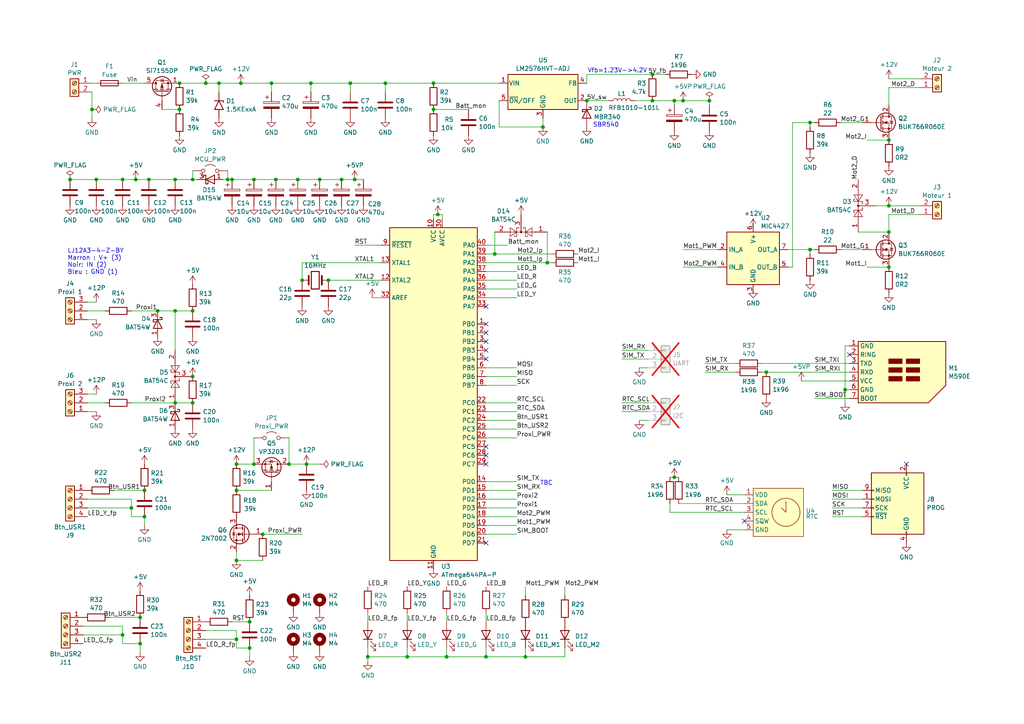
<source format=kicad_sch>
(kicad_sch (version 20231120) (generator "eeschema") (generator_version "8.0")
  (paper "A4")
  (title_block (title "Horse Feeder Ctrl") (date "2025-02-12") (rev "A") (company "Xavier B."))
  (junction (at 152.4 190.5))
  (junction (at 158.75 76.2))
  (junction (at 68.58 142.24))
  (junction (at 101.6 24.13))
  (junction (at 66.04 52.07))
  (junction (at 143.51 73.66))
  (junction (at 78.74 24.13))
  (junction (at 76.2 154.94))
  (junction (at 92.71 52.07))
  (junction (at 88.9 134.62))
  (junction (at 86.36 52.07))
  (junction (at 55.88 109.22))
  (junction (at 55.88 90.17))
  (junction (at 68.58 162.56))
  (junction (at 35.56 184.15))
  (junction (at 39.37 52.07))
  (junction (at 73.66 52.07))
  (junction (at 129.54 190.5))
  (junction (at 68.58 185.42))
  (junction (at 50.8 116.84))
  (junction (at 45.72 90.17))
  (junction (at 106.68 190.5))
  (junction (at 69.85 24.13))
  (junction (at 234.95 35.56))
  (junction (at 257.81 40.64))
  (junction (at 111.76 24.13))
  (junction (at 99.06 52.07))
  (junction (at 90.17 24.13))
  (junction (at 95.25 81.28))
  (junction (at 73.66 134.62))
  (junction (at 125.73 24.13))
  (junction (at 102.87 52.07))
  (junction (at 72.39 180.34))
  (junction (at 234.95 72.39))
  (junction (at 189.23 29.21))
  (junction (at 55.88 52.07))
  (junction (at 67.31 52.07))
  (junction (at 72.39 187.96))
  (junction (at 63.5 24.13))
  (junction (at 257.81 59.69))
  (junction (at 59.69 24.13))
  (junction (at 189.23 21.59))
  (junction (at 195.58 29.21))
  (junction (at 80.01 52.07))
  (junction (at 38.1 147.32))
  (junction (at 68.58 134.62))
  (junction (at 257.81 67.31))
  (junction (at 55.88 116.84))
  (junction (at 195.58 138.43))
  (junction (at 125.73 31.75))
  (junction (at 50.8 52.07))
  (junction (at 26.67 31.75))
  (junction (at 40.64 179.07))
  (junction (at 83.82 134.62))
  (junction (at 222.25 107.95))
  (junction (at 170.18 29.21))
  (junction (at 43.18 52.07))
  (junction (at 41.91 142.24))
  (junction (at 205.74 29.21))
  (junction (at 157.48 36.83))
  (junction (at 35.56 52.07))
  (junction (at 140.97 190.5))
  (junction (at 52.07 24.13))
  (junction (at 20.32 52.07))
  (junction (at 198.12 29.21))
  (junction (at 127 62.23))
  (junction (at 87.63 81.28))
  (junction (at 40.64 186.69))
  (junction (at 245.11 113.03))
  (junction (at 27.94 52.07))
  (junction (at 118.11 190.5))
  (junction (at 52.07 31.75))
  (junction (at 257.81 77.47))
  (junction (at 50.8 90.17))
  (junction (at 41.91 149.86))
  (no_connect (at 140.97 132.08))
  (no_connect (at 140.97 99.06))
  (no_connect (at 140.97 88.9))
  (no_connect (at 246.38 102.87))
  (no_connect (at 140.97 96.52))
  (no_connect (at 215.9 151.13))
  (no_connect (at 140.97 93.98))
  (no_connect (at 140.97 104.14))
  (no_connect (at 140.97 129.54))
  (no_connect (at 262.89 134.62))
  (no_connect (at 140.97 157.48))
  (no_connect (at 140.97 134.62))
  (no_connect (at 140.97 101.6))
  (wire (pts (xy 129.54 187.96) (xy 129.54 190.5)))
  (wire (pts (xy 257.81 59.69) (xy 266.7 59.69)))
  (wire (pts (xy 31.75 179.07) (xy 40.64 179.07)))
  (wire (pts (xy 24.13 184.15) (xy 35.56 184.15)))
  (wire (pts (xy 27.94 119.38) (xy 25.4 119.38)))
  (wire (pts (xy 189.23 29.21) (xy 195.58 29.21)))
  (wire (pts (xy 68.58 185.42) (xy 68.58 187.96)))
  (wire (pts (xy 143.51 73.66) (xy 160.02 73.66)))
  (wire (pts (xy 68.58 134.62) (xy 73.66 134.62)))
  (wire (pts (xy 106.68 190.5) (xy 118.11 190.5)))
  (wire (pts (xy 184.15 29.21) (xy 189.23 29.21)))
  (wire (pts (xy 59.69 185.42) (xy 68.58 185.42)))
  (wire (pts (xy 149.86 139.7) (xy 140.97 139.7)))
  (wire (pts (xy 198.12 72.39) (xy 208.28 72.39)))
  (wire (pts (xy 73.66 52.07) (xy 80.01 52.07)))
  (wire (pts (xy 245.11 113.03) (xy 245.11 116.84)))
  (wire (pts (xy 210.82 143.51) (xy 215.9 143.51)))
  (wire (pts (xy 241.3 144.78) (xy 250.19 144.78)))
  (wire (pts (xy 144.78 36.83) (xy 157.48 36.83)))
  (wire (pts (xy 149.86 109.22) (xy 140.97 109.22)))
  (wire (pts (xy 72.39 190.5) (xy 72.39 187.96)))
  (wire (pts (xy 107.95 86.36) (xy 110.49 86.36)))
  (wire (pts (xy 66.04 52.07) (xy 64.77 52.07)))
  (wire (pts (xy 68.58 142.24) (xy 78.74 142.24)))
  (wire (pts (xy 220.98 105.41) (xy 246.38 105.41)))
  (wire (pts (xy 68.58 162.56) (xy 68.58 160.02)))
  (wire (pts (xy 257.81 25.4) (xy 257.81 30.48)))
  (wire (pts (xy 35.56 184.15) (xy 35.56 186.69)))
  (wire (pts (xy 147.32 71.12) (xy 140.97 71.12)))
  (wire (pts (xy 95.25 81.28) (xy 110.49 81.28)))
  (wire (pts (xy 140.97 76.2) (xy 158.75 76.2)))
  (wire (pts (xy 149.86 147.32) (xy 140.97 147.32)))
  (wire (pts (xy 125.73 24.13) (xy 144.78 24.13)))
  (wire (pts (xy 35.56 186.69) (xy 40.64 186.69)))
  (wire (pts (xy 163.83 170.18) (xy 163.83 172.72)))
  (wire (pts (xy 38.1 144.78) (xy 25.4 144.78)))
  (wire (pts (xy 152.4 187.96) (xy 152.4 190.5)))
  (wire (pts (xy 195.58 138.43) (xy 196.85 138.43)))
  (wire (pts (xy 67.31 52.07) (xy 73.66 52.07)))
  (wire (pts (xy 25.4 116.84) (xy 30.48 116.84)))
  (wire (pts (xy 170.18 21.59) (xy 170.18 24.13)))
  (wire (pts (xy 55.88 52.07) (xy 57.15 52.07)))
  (wire (pts (xy 111.76 24.13) (xy 125.73 24.13)))
  (wire (pts (xy 63.5 24.13) (xy 69.85 24.13)))
  (wire (pts (xy 266.7 25.4) (xy 257.81 25.4)))
  (wire (pts (xy 195.58 29.21) (xy 198.12 29.21)))
  (wire (pts (xy 140.97 73.66) (xy 143.51 73.66)))
  (wire (pts (xy 125.73 62.23) (xy 125.73 63.5)))
  (wire (pts (xy 26.67 34.29) (xy 26.67 31.75)))
  (wire (pts (xy 245.11 100.33) (xy 246.38 100.33)))
  (wire (pts (xy 194.31 138.43) (xy 195.58 138.43)))
  (wire (pts (xy 111.76 24.13) (xy 111.76 26.67)))
  (wire (pts (xy 229.87 35.56) (xy 234.95 35.56)))
  (wire (pts (xy 251.46 77.47) (xy 257.81 77.47)))
  (wire (pts (xy 149.86 152.4) (xy 140.97 152.4)))
  (wire (pts (xy 220.98 107.95) (xy 222.25 107.95)))
  (wire (pts (xy 50.8 90.17) (xy 55.88 90.17)))
  (wire (pts (xy 33.02 142.24) (xy 41.91 142.24)))
  (wire (pts (xy 45.72 90.17) (xy 50.8 90.17)))
  (wire (pts (xy 204.47 105.41) (xy 213.36 105.41)))
  (wire (pts (xy 170.18 29.21) (xy 176.53 29.21)))
  (wire (pts (xy 40.64 189.23) (xy 40.64 186.69)))
  (wire (pts (xy 152.4 170.18) (xy 152.4 172.72)))
  (wire (pts (xy 163.83 190.5) (xy 163.83 187.96)))
  (wire (pts (xy 105.41 52.07) (xy 102.87 52.07)))
  (wire (pts (xy 38.1 90.17) (xy 45.72 90.17)))
  (wire (pts (xy 180.34 116.84) (xy 187.96 116.84)))
  (wire (pts (xy 27.94 92.71) (xy 25.4 92.71)))
  (wire (pts (xy 101.6 24.13) (xy 101.6 26.67)))
  (wire (pts (xy 99.06 52.07) (xy 102.87 52.07)))
  (wire (pts (xy 149.86 83.82) (xy 140.97 83.82)))
  (wire (pts (xy 118.11 187.96) (xy 118.11 190.5)))
  (wire (pts (xy 39.37 52.07) (xy 43.18 52.07)))
  (wire (pts (xy 241.3 142.24) (xy 250.19 142.24)))
  (wire (pts (xy 257.81 22.86) (xy 266.7 22.86)))
  (wire (pts (xy 125.73 62.23) (xy 127 62.23)))
  (wire (pts (xy 27.94 87.63) (xy 25.4 87.63)))
  (wire (pts (xy 59.69 182.88) (xy 68.58 182.88)))
  (wire (pts (xy 170.18 21.59) (xy 189.23 21.59)))
  (wire (pts (xy 234.95 73.66) (xy 234.95 72.39)))
  (wire (pts (xy 210.82 153.67) (xy 215.9 153.67)))
  (wire (pts (xy 140.97 190.5) (xy 152.4 190.5)))
  (wire (pts (xy 127 62.23) (xy 128.27 62.23)))
  (wire (pts (xy 149.86 121.92) (xy 140.97 121.92)))
  (wire (pts (xy 35.56 181.61) (xy 24.13 181.61)))
  (wire (pts (xy 149.86 149.86) (xy 140.97 149.86)))
  (wire (pts (xy 41.91 152.4) (xy 41.91 149.86)))
  (wire (pts (xy 158.75 67.31) (xy 158.75 76.2)))
  (wire (pts (xy 160.02 76.2) (xy 158.75 76.2)))
  (wire (pts (xy 25.4 90.17) (xy 30.48 90.17)))
  (wire (pts (xy 180.34 104.14) (xy 187.96 104.14)))
  (wire (pts (xy 73.66 127) (xy 73.66 134.62)))
  (wire (pts (xy 38.1 116.84) (xy 50.8 116.84)))
  (wire (pts (xy 149.86 111.76) (xy 140.97 111.76)))
  (wire (pts (xy 27.94 52.07) (xy 35.56 52.07)))
  (wire (pts (xy 236.22 72.39) (xy 234.95 72.39)))
  (wire (pts (xy 140.97 177.8) (xy 140.97 180.34)))
  (wire (pts (xy 222.25 107.95) (xy 246.38 107.95)))
  (wire (pts (xy 55.88 49.53) (xy 55.88 52.07)))
  (wire (pts (xy 26.67 31.75) (xy 26.67 26.67)))
  (wire (pts (xy 185.42 121.92) (xy 187.96 121.92)))
  (wire (pts (xy 196.85 146.05) (xy 215.9 146.05)))
  (wire (pts (xy 236.22 115.57) (xy 246.38 115.57)))
  (wire (pts (xy 38.1 144.78) (xy 38.1 147.32)))
  (wire (pts (xy 185.42 106.68) (xy 187.96 106.68)))
  (wire (pts (xy 189.23 21.59) (xy 193.04 21.59)))
  (wire (pts (xy 101.6 24.13) (xy 111.76 24.13)))
  (wire (pts (xy 257.81 59.69) (xy 254 59.69)))
  (wire (pts (xy 59.69 24.13) (xy 63.5 24.13)))
  (wire (pts (xy 140.97 190.5) (xy 140.97 187.96)))
  (wire (pts (xy 50.8 90.17) (xy 50.8 101.6)))
  (wire (pts (xy 218.44 83.82) (xy 218.44 85.09)))
  (wire (pts (xy 144.78 29.21) (xy 144.78 36.83)))
  (wire (pts (xy 149.86 124.46) (xy 140.97 124.46)))
  (wire (pts (xy 149.86 127) (xy 140.97 127)))
  (wire (pts (xy 68.58 162.56) (xy 76.2 162.56)))
  (wire (pts (xy 87.63 76.2) (xy 87.63 81.28)))
  (wire (pts (xy 83.82 127) (xy 83.82 134.62)))
  (wire (pts (xy 128.27 62.23) (xy 128.27 63.5)))
  (wire (pts (xy 266.7 62.23) (xy 257.81 62.23)))
  (wire (pts (xy 149.86 116.84) (xy 140.97 116.84)))
  (wire (pts (xy 194.31 148.59) (xy 215.9 148.59)))
  (wire (pts (xy 234.95 35.56) (xy 234.95 36.83)))
  (wire (pts (xy 251.46 40.64) (xy 257.81 40.64)))
  (wire (pts (xy 180.34 119.38) (xy 187.96 119.38)))
  (wire (pts (xy 149.86 144.78) (xy 140.97 144.78)))
  (wire (pts (xy 52.07 31.75) (xy 46.99 31.75)))
  (wire (pts (xy 35.56 181.61) (xy 35.56 184.15)))
  (wire (pts (xy 78.74 26.67) (xy 78.74 24.13)))
  (wire (pts (xy 118.11 177.8) (xy 118.11 180.34)))
  (wire (pts (xy 149.86 119.38) (xy 140.97 119.38)))
  (wire (pts (xy 243.84 35.56) (xy 250.19 35.56)))
  (wire (pts (xy 92.71 52.07) (xy 99.06 52.07)))
  (wire (pts (xy 149.86 142.24) (xy 140.97 142.24)))
  (wire (pts (xy 80.01 52.07) (xy 86.36 52.07)))
  (wire (pts (xy 129.54 177.8) (xy 129.54 180.34)))
  (wire (pts (xy 68.58 182.88) (xy 68.58 185.42)))
  (wire (pts (xy 106.68 187.96) (xy 106.68 190.5)))
  (wire (pts (xy 68.58 187.96) (xy 72.39 187.96)))
  (wire (pts (xy 35.56 24.13) (xy 41.91 24.13)))
  (wire (pts (xy 86.36 52.07) (xy 92.71 52.07)))
  (wire (pts (xy 228.6 77.47) (xy 229.87 77.47)))
  (wire (pts (xy 229.87 35.56) (xy 229.87 77.47)))
  (wire (pts (xy 67.31 180.34) (xy 72.39 180.34)))
  (wire (pts (xy 204.47 107.95) (xy 213.36 107.95)))
  (wire (pts (xy 26.67 24.13) (xy 27.94 24.13)))
  (wire (pts (xy 87.63 154.94) (xy 76.2 154.94)))
  (wire (pts (xy 218.44 66.04) (xy 218.44 64.77)))
  (wire (pts (xy 152.4 190.5) (xy 163.83 190.5)))
  (wire (pts (xy 194.31 146.05) (xy 194.31 148.59)))
  (wire (pts (xy 102.87 71.12) (xy 110.49 71.12)))
  (wire (pts (xy 149.86 154.94) (xy 140.97 154.94)))
  (wire (pts (xy 38.1 147.32) (xy 38.1 149.86)))
  (wire (pts (xy 241.3 147.32) (xy 250.19 147.32)))
  (wire (pts (xy 66.04 52.07) (xy 67.31 52.07)))
  (wire (pts (xy 245.11 100.33) (xy 245.11 113.03)))
  (wire (pts (xy 234.95 35.56) (xy 236.22 35.56)))
  (wire (pts (xy 63.5 24.13) (xy 63.5 26.67)))
  (wire (pts (xy 143.51 67.31) (xy 143.51 73.66)))
  (wire (pts (xy 50.8 52.07) (xy 55.88 52.07)))
  (wire (pts (xy 88.9 134.62) (xy 92.71 134.62)))
  (wire (pts (xy 66.04 49.53) (xy 66.04 52.07)))
  (wire (pts (xy 38.1 149.86) (xy 41.91 149.86)))
  (wire (pts (xy 43.18 52.07) (xy 50.8 52.07)))
  (wire (pts (xy 129.54 190.5) (xy 140.97 190.5)))
  (wire (pts (xy 25.4 147.32) (xy 38.1 147.32)))
  (wire (pts (xy 52.07 24.13) (xy 59.69 24.13)))
  (wire (pts (xy 257.81 62.23) (xy 257.81 67.31)))
  (wire (pts (xy 106.68 177.8) (xy 106.68 180.34)))
  (wire (pts (xy 149.86 81.28) (xy 140.97 81.28)))
  (wire (pts (xy 125.73 31.75) (xy 135.89 31.75)))
  (wire (pts (xy 195.58 30.48) (xy 195.58 29.21)))
  (wire (pts (xy 90.17 26.67) (xy 90.17 24.13)))
  (wire (pts (xy 78.74 24.13) (xy 90.17 24.13)))
  (wire (pts (xy 205.74 30.48) (xy 205.74 29.21)))
  (wire (pts (xy 83.82 134.62) (xy 88.9 134.62)))
  (wire (pts (xy 90.17 24.13) (xy 101.6 24.13)))
  (wire (pts (xy 198.12 77.47) (xy 208.28 77.47)))
  (wire (pts (xy 20.32 52.07) (xy 27.94 52.07)))
  (wire (pts (xy 245.11 113.03) (xy 246.38 113.03)))
  (wire (pts (xy 157.48 36.83) (xy 157.48 34.29)))
  (wire (pts (xy 243.84 72.39) (xy 250.19 72.39)))
  (wire (pts (xy 106.68 191.77) (xy 106.68 190.5)))
  (wire (pts (xy 35.56 52.07) (xy 39.37 52.07)))
  (wire (pts (xy 87.63 76.2) (xy 110.49 76.2)))
  (wire (pts (xy 257.81 67.31) (xy 248.92 67.31)))
  (wire (pts (xy 149.86 86.36) (xy 140.97 86.36)))
  (wire (pts (xy 27.94 114.3) (xy 25.4 114.3)))
  (wire (pts (xy 118.11 190.5) (xy 129.54 190.5)))
  (wire (pts (xy 241.3 149.86) (xy 250.19 149.86)))
  (wire (pts (xy 232.41 110.49) (xy 246.38 110.49)))
  (wire (pts (xy 180.34 101.6) (xy 187.96 101.6)))
  (wire (pts (xy 78.74 24.13) (xy 69.85 24.13)))
  (wire (pts (xy 149.86 78.74) (xy 140.97 78.74)))
  (wire (pts (xy 149.86 106.68) (xy 140.97 106.68)))
  (wire (pts (xy 50.8 116.84) (xy 55.88 116.84)))
  (wire (pts (xy 228.6 72.39) (xy 234.95 72.39)))
  (wire (pts (xy 198.12 29.21) (xy 205.74 29.21)))
  (text "LJ12A3-4-Z-BY\nMarron : V+ (3)\nNoir: IN (2)\nBleu : GND (1)" (at 19.558 75.946 0) (effects (font (size 1.27 1.27)) (justify left)))
  (text "TBC" (at 158.496 140.208 0) (effects (font (size 1.27 1.27))))
  (text "Vfb=1.23V->4.2V" (at 179.07 20.574 0) (effects (font (size 1.27 1.27))))
  (text "SBR540" (at 175.768 36.322 0) (effects (font (size 1.27 1.27))))
  (label "Mot1_Ip" (at 157.48 76.2 180))
  (label "MOSI" (at 241.3 144.78 0))
  (label "Mot2_I" (at 251.46 40.64 180))
  (label "SIM_RXl" (at 236.22 107.95 0))
  (label "SIM_RX" (at 149.86 142.24 0))
  (label "Proxi2" (at 41.91 116.84 0))
  (label "Mot2_G" (at 243.84 35.56 0))
  (label "Btn_USR2" (at 39.37 179.07 180))
  (label "RTC_SDA" (at 149.86 119.38 0))
  (label "Mot2_I" (at 167.64 73.66 0))
  (label "Proxi_PWR" (at 149.86 127 0))
  (label "SIM_TX" (at 204.47 105.41 0))
  (label "LED_Y_fp" (at 25.4 149.86 0))
  (label "LED_R" (at 149.86 81.28 0))
  (label "Vin" (at 36.83 24.13 0))
  (label "Mot2_PWM" (at 198.12 77.47 0))
  (label "XTAL2" (at 102.87 81.28 0))
  (label "MISO" (at 149.86 109.22 0))
  (label "Mot1_G" (at 243.84 72.39 0))
  (label "LED_B" (at 140.97 170.18 0))
  (label "LED_B_fp" (at 140.97 180.34 0))
  (label "LED_R_fp" (at 106.68 180.34 0))
  (label "Btn_USR1" (at 40.64 142.24 180))
  (label "LED_Y" (at 118.11 170.18 0))
  (label "SIM_BOOT" (at 149.86 154.94 0))
  (label "RST" (at 241.3 149.86 0))
  (label "LED_G_fp" (at 129.54 180.34 0))
  (label "RTC_SCL" (at 204.47 148.59 0))
  (label "LED_Y_fp" (at 118.11 180.34 0))
  (label "Mot1_PWM" (at 149.86 152.4 0))
  (label "SIM_BOOT" (at 236.22 115.57 0))
  (label "Mot2_D" (at 265.43 25.4 180))
  (label "Proxi2" (at 149.86 144.78 0))
  (label "LED_Y" (at 149.86 86.36 0))
  (label "Mot2_Ip" (at 157.48 73.66 180))
  (label "Mot2_PWM" (at 149.86 149.86 0))
  (label "Btn_USR2" (at 149.86 124.46 0))
  (label "Proxi1" (at 149.86 147.32 0))
  (label "MISO" (at 241.3 142.24 0))
  (label "Btn_USR1" (at 149.86 121.92 0))
  (label "Mot1_D" (at 265.43 62.23 180))
  (label "Mot2_PWM" (at 163.83 170.18 0))
  (label "5V_fb" (at 187.96 21.59 0))
  (label "Batt_mon" (at 147.32 71.12 0))
  (label "RTC_SDA" (at 204.47 146.05 0))
  (label "Mot1_PWM" (at 152.4 170.18 0))
  (label "Proxi_PWR" (at 87.63 154.94 180))
  (label "XTAL1" (at 102.87 76.2 0))
  (label "SIM_RX" (at 180.34 101.6 0))
  (label "SIM_TXl" (at 236.22 105.41 0))
  (label "RTC_SDA" (at 180.34 119.38 0))
  (label "Mot1_I" (at 251.46 77.47 180))
  (label "Mot2_D" (at 248.92 52.07 90))
  (label "LED_G" (at 129.54 170.18 0))
  (label "Mot1_PWM" (at 198.12 72.39 0))
  (label "LED_R_fp" (at 59.69 187.96 0))
  (label "Proxi1" (at 39.37 90.17 0))
  (label "SIM_TX" (at 180.34 104.14 0))
  (label "RTC_SCL" (at 180.34 116.84 0))
  (label "Mot1_I" (at 167.64 76.2 0))
  (label "5V_sw" (at 170.18 29.21 0))
  (label "LED_G" (at 149.86 83.82 0))
  (label "RTC_SCL" (at 149.86 116.84 0))
  (label "Batt_mon" (at 132.08 31.75 0))
  (label "LED_B" (at 149.86 78.74 0))
  (label "SCK" (at 241.3 147.32 0))
  (label "SCK" (at 149.86 111.76 0))
  (label "MOSI" (at 149.86 106.68 0))
  (label "LED_G_fp" (at 24.13 186.69 0))
  (label "SIM_TX" (at 149.86 139.7 0))
  (label "RST" (at 67.31 180.34 0))
  (label "LED_R" (at 106.68 170.18 0))
  (label "RST" (at 102.87 71.12 0))
  (label "SIM_RX" (at 204.47 107.95 0))
  (symbol (lib_id "power:GND") (at 45.72 97.79 0) (unit 1)
    (property "Reference" "#PWR044" (effects (hide yes)))
    (property "Value" "GND" (at 45.72 101.9231 0))
    (property "Description" "Power symbol creates a global label with name \"GND\" , ground" (effects (hide yes)))
  )
  (symbol (lib_id "power:GND") (at 27.94 119.38 0) (unit 1)
    (property "Reference" "#PWR053" (effects (hide yes)))
    (property "Value" "GND" (at 27.94 123.5131 0))
    (property "Description" "Power symbol creates a global label with name \"GND\" , ground" (effects (hide yes)))
  )
  (symbol (lib_id "Connector:Screw_Terminal_01x02") (at 271.78 25.4 0) (mirror x) (unit 1)
    (property "Reference" "J2" (at 271.78 17.4455 0))
    (property "Value" "Moteur 2" (at 271.78 19.8698 0))
    (property "Footprint" "footprints:TerminalBlock_bornier-2_P5.08mm" (effects (hide yes)))
    (property "Description" "Generic screw terminal, single row, 01x02, script generated (kicad-library-utils/schlib/autogen/connector/)" (effects (hide yes)))
  )
  (symbol (lib_id "Device:C") (at 41.91 146.05 0) (unit 1)
    (property "Reference" "C21" (at 44.831 144.8378 0) (effects (justify left)))
    (property "Value" "100n" (at 44.831 147.2621 0) (effects (justify left)))
    (property "Footprint" "Capacitor_SMD:C_0805_2012Metric_Pad1.18x1.45mm_HandSolder" (effects (hide yes)))
    (property "Description" "Unpolarized capacitor" (effects (hide yes)))
  )
  (symbol (lib_id "power:GND") (at 50.8 59.69 0) (mirror y) (unit 1)
    (property "Reference" "#PWR028" (effects (hide yes)))
    (property "Value" "GND" (at 50.8 63.8231 0))
    (property "Description" "Power symbol creates a global label with name \"GND\" , ground" (effects (hide yes)))
  )
  (symbol (lib_id "Device:R") (at 40.64 175.26 0) (unit 1)
    (property "Reference" "R30" (at 42.418 174.0478 0) (effects (justify left)))
    (property "Value" "39k" (at 42.418 176.4721 0) (effects (justify left)))
    (property "Footprint" "Resistor_SMD:R_0805_2012Metric_Pad1.20x1.40mm_HandSolder" (effects (hide yes)))
    (property "Description" "Resistor" (effects (hide yes)))
  )
  (symbol (lib_id "Device:C") (at 87.63 85.09 0) (unit 1)
    (property "Reference" "C16" (at 84.709 83.8778 0) (effects (justify right)))
    (property "Value" "22p" (at 84.709 86.3021 0) (effects (justify right)))
    (property "Footprint" "Capacitor_SMD:C_0603_1608Metric_Pad1.08x0.95mm_HandSolder" (effects (hide yes)))
    (property "Description" "Unpolarized capacitor" (effects (hide yes)))
  )
  (symbol (lib_id "Connector:Screw_Terminal_01x04") (at 20.32 144.78 0) (mirror y) (unit 1)
    (property "Reference" "J9" (at 20.32 155.2745 0))
    (property "Value" "Btn_USR1" (at 20.32 152.8502 0))
    (property "Footprint" "footprints:282834-4" (effects (hide yes)))
    (property "Description" "Generic screw terminal, single row, 01x04, script generated (kicad-library-utils/schlib/autogen/connector/)" (effects (hide yes)))
  )
  (symbol (lib_id "Device:L") (at 180.34 29.21 90) (unit 1)
    (property "Reference" "L1" (at 180.34 27.178 90))
    (property "Value" "RFB1010-101L" (at 183.896 31.242 90))
    (property "Footprint" "footprints:RFB1010" (effects (hide yes)))
    (property "Description" "Inductor" (effects (hide yes)))
  )
  (symbol (lib_id "power:GND") (at 72.39 190.5 0) (unit 1)
    (property "Reference" "#PWR068" (effects (hide yes)))
    (property "Value" "GND" (at 72.39 194.6331 0))
    (property "Description" "Power symbol creates a global label with name \"GND\" , ground" (effects (hide yes)))
  )
  (symbol (lib_id "power:+5V") (at 39.37 52.07 0) (unit 1)
    (property "Reference" "#PWR019" (effects (hide yes)))
    (property "Value" "+5V" (at 39.37 47.9369 0))
    (property "Description" "Power symbol creates a global label with name \"+5V\"" (effects (hide yes)))
  )
  (symbol (lib_id "power:GND") (at 43.18 59.69 0) (mirror y) (unit 1)
    (property "Reference" "#PWR027" (effects (hide yes)))
    (property "Value" "GND" (at 43.18 63.8231 0))
    (property "Description" "Power symbol creates a global label with name \"GND\" , ground" (effects (hide yes)))
  )
  (symbol (lib_id "power:+5VP") (at 232.41 110.49 0) (unit 1)
    (property "Reference" "#PWR048" (effects (hide yes)))
    (property "Value" "+5VP" (at 232.41 106.3569 0))
    (property "Description" "Power symbol creates a global label with name \"+5VP\"" (effects (hide yes)))
  )
  (symbol (lib_id "power:GND") (at 27.94 92.71 0) (unit 1)
    (property "Reference" "#PWR041" (effects (hide yes)))
    (property "Value" "GND" (at 27.94 96.8431 0))
    (property "Description" "Power symbol creates a global label with name \"GND\" , ground" (effects (hide yes)))
  )
  (symbol (lib_id "power:GND") (at 218.44 83.82 0) (mirror y) (unit 1)
    (property "Reference" "#PWR036" (effects (hide yes)))
    (property "Value" "GND" (at 218.44 87.9531 0))
    (property "Description" "Power symbol creates a global label with name \"GND\" , ground" (effects (hide yes)))
  )
  (symbol (lib_id "Device:C_Polarized") (at 73.66 55.88 0) (unit 1)
    (property "Reference" "C15" (at 74.93 58.928 0) (effects (justify left)))
    (property "Value" "10u" (at 74.93 61.3523 0) (effects (justify left)))
    (property "Footprint" "Capacitor_SMD:C_0805_2012Metric_Pad1.18x1.45mm_HandSolder" (effects (hide yes)))
    (property "Description" "Polarized capacitor" (effects (hide yes)))
  )
  (symbol (lib_id "Jumper:Jumper_2_Open") (at 78.74 127 0) (unit 1) (exclude_from_sim yes)
    (property "Reference" "JP1" (at 78.74 121.2045 0))
    (property "Value" "Proxi_PWR" (at 78.74 123.6288 0))
    (property "Footprint" "Jumper:SolderJumper-2_P1.3mm_Open_RoundedPad1.0x1.5mm" (effects (hide yes)))
    (property "Description" "Jumper, 2-pole, open" (effects (hide yes)))
  )
  (symbol (lib_id "Transistor_FET:Si7141DP") (at 46.99 26.67 90) (unit 1)
    (property "Reference" "Q1" (at 46.99 18.0805 90))
    (property "Value" "Si7155DP" (at 46.99 20.5048 90))
    (property "Footprint" "Package_SO:PowerPAK_SO-8_Single" (effects (hide yes)))
    (property "Datasheet" "https://www.vishay.com/docs/65596/si7141dp.pdf" (effects (hide yes)))
    (property "Description" "-60A Id, -20V Vds, 1.9 mOhm Ron, PowerPAK-8" (effects (hide yes)))
  )
  (symbol (lib_id "Mechanical:MountingHole_Pad") (at 92.71 175.26 0) (unit 1) (exclude_from_sim yes) (in_bom no)
    (property "Reference" "H2" (at 95.25 172.7778 0) (effects (justify left)))
    (property "Value" "M4" (at 95.25 175.2021 0) (effects (justify left)))
    (property "Footprint" "MountingHole:MountingHole_4.3mm_M4_Pad_Via" (effects (hide yes)))
    (property "Description" "Mounting Hole with connection" (effects (hide yes)))
  )
  (symbol (lib_id "Device:R") (at 222.25 111.76 180) (unit 1)
    (property "Reference" "R39" (at 224.028 110.5478 0) (effects (justify right)))
    (property "Value" "1k96" (at 224.028 112.9721 0) (effects (justify right)))
    (property "Footprint" "Resistor_SMD:R_0805_2012Metric_Pad1.20x1.40mm_HandSolder" (effects (hide yes)))
    (property "Description" "Resistor" (effects (hide yes)))
  )
  (symbol (lib_id "Device:LED") (at 163.83 184.15 90) (unit 1)
    (property "Reference" "D12" (at 166.751 184.5253 90) (effects (justify right)))
    (property "Value" "LED_M2" (at 166.751 186.9496 90) (effects (justify right)))
    (property "Footprint" "LED_SMD:LED_0805_2012Metric" (effects (hide yes)))
    (property "Description" "Light emitting diode" (effects (hide yes)))
  )
  (symbol (lib_id "Connector_Generic:Conn_01x03") (at 193.04 104.14 0) (unit 1) (dnp yes)
    (property "Reference" "J5" (at 195.072 102.9278 0) (effects (justify left)))
    (property "Value" "UART" (at 195.072 105.3521 0) (effects (justify left)))
    (property "Footprint" "Connector_PinHeader_2.54mm:PinHeader_1x03_P2.54mm_Vertical" (effects (hide yes)))
    (property "Description" "Generic connector, single row, 01x03, script generated (kicad-library-utils/schlib/autogen/connector/)" (effects (hide yes)))
  )
  (symbol (lib_id "Device:R") (at 234.95 77.47 0) (mirror y) (unit 1)
    (property "Reference" "R11" (at 236.728 76.2578 0) (effects (justify right)))
    (property "Value" "39k" (at 236.728 78.6821 0) (effects (justify right)))
    (property "Footprint" "Resistor_SMD:R_0805_2012Metric_Pad1.20x1.40mm_HandSolder" (effects (hide yes)))
    (property "Description" "Resistor" (effects (hide yes)))
  )
  (symbol (lib_id "power:GND") (at 85.09 177.8 0) (unit 1)
    (property "Reference" "#PWR071" (effects (hide yes)))
    (property "Value" "GND" (at 85.09 181.9331 0))
    (property "Description" "Power symbol creates a global label with name \"GND\" , ground" (effects (hide yes)))
  )
  (symbol (lib_id "Diode:BAT54C") (at 151.13 67.31 180) (unit 1)
    (property "Reference" "D14" (at 146.05 61.214 0))
    (property "Value" "BAT54C" (at 146.05 63.6383 0))
    (property "Footprint" "Package_TO_SOT_SMD:SOT-23" (effects (hide yes)))
    (property "Datasheet" "http://www.diodes.com/_files/datasheets/ds11005.pdf" (effects (hide yes)))
    (property "Description" "dual schottky barrier diode, common cathode" (effects (hide yes)))
  )
  (symbol (lib_id "Device:R") (at 52.07 35.56 0) (mirror x) (unit 1)
    (property "Reference" "R4" (at 57.912 34.6597 0) (effects (justify right)))
    (property "Value" "39k" (at 57.912 37.084 0) (effects (justify right)))
    (property "Footprint" "Resistor_SMD:R_0805_2012Metric_Pad1.20x1.40mm_HandSolder" (effects (hide yes)))
    (property "Description" "Resistor" (effects (hide yes)))
  )
  (symbol (lib_id "Device:LED") (at 106.68 184.15 90) (unit 1)
    (property "Reference" "D7" (at 109.601 184.5253 90) (effects (justify right)))
    (property "Value" "LED_R" (at 109.601 186.9496 90) (effects (justify right)))
    (property "Footprint" "LED_THT:LED_D5.0mm" (effects (hide yes)))
    (property "Description" "Light emitting diode" (effects (hide yes)))
  )
  (symbol (lib_id "Device:C") (at 40.64 182.88 0) (unit 1)
    (property "Reference" "C23" (at 43.561 181.6678 0) (effects (justify left)))
    (property "Value" "100n" (at 43.561 184.0921 0) (effects (justify left)))
    (property "Footprint" "Capacitor_SMD:C_0805_2012Metric_Pad1.18x1.45mm_HandSolder" (effects (hide yes)))
    (property "Description" "Unpolarized capacitor" (effects (hide yes)))
  )
  (symbol (lib_id "MCU_Microchip_ATmega:ATmega644PA-P") (at 125.73 114.3 0) (unit 1)
    (property "Reference" "U3" (at 127.9241 164.2801 0) (effects (justify left)))
    (property "Value" "ATmega644PA-P" (at 127.9241 166.7044 0) (effects (justify left)))
    (property "Footprint" "Package_DIP:DIP-40_W15.24mm" (effects (hide yes)))
    (property "Datasheet" "http://ww1.microchip.com/downloads/en/DeviceDoc/Atmel-8272-8-bit-AVR-microcontroller-ATmega164A_PA-324A_PA-644A_PA-1284_P_datasheet.pdf" (effects (hide yes)))
    (property "Description" "20MHz, 64kB Flash, 4kB SRAM, 2kB EEPROM, JTAG, DIP-40" (effects (hide yes)))
  )
  (symbol (lib_id "power:GND") (at 41.91 152.4 0) (unit 1)
    (property "Reference" "#PWR065" (effects (hide yes)))
    (property "Value" "GND" (at 41.91 156.5331 0))
    (property "Description" "Power symbol creates a global label with name \"GND\" , ground" (effects (hide yes)))
  )
  (symbol (lib_id "Mechanical:MountingHole_Pad") (at 92.71 186.69 0) (unit 1) (exclude_from_sim yes) (in_bom no)
    (property "Reference" "H4" (at 95.25 184.2078 0) (effects (justify left)))
    (property "Value" "M4" (at 95.25 186.6321 0) (effects (justify left)))
    (property "Footprint" "MountingHole:MountingHole_4.3mm_M4_Pad_Via" (effects (hide yes)))
    (property "Description" "Mounting Hole with connection" (effects (hide yes)))
  )
  (symbol (lib_id "power:+5V") (at 41.91 134.62 0) (unit 1)
    (property "Reference" "#PWR060" (effects (hide yes)))
    (property "Value" "+5V" (at 41.91 130.4869 0))
    (property "Description" "Power symbol creates a global label with name \"+5V\"" (effects (hide yes)))
  )
  (symbol (lib_id "power:GND") (at 205.74 38.1 0) (mirror y) (unit 1)
    (property "Reference" "#PWR010" (effects (hide yes)))
    (property "Value" "GND" (at 205.74 42.2331 0))
    (property "Description" "Power symbol creates a global label with name \"GND\" , ground" (effects (hide yes)))
  )
  (symbol (lib_id "power:GND") (at 86.36 59.69 0) (mirror y) (unit 1)
    (property "Reference" "#PWR077" (effects (hide yes)))
    (property "Value" "GND" (at 86.36 63.8231 0))
    (property "Description" "Power symbol creates a global label with name \"GND\" , ground" (effects (hide yes)))
  )
  (symbol (lib_id "power:GND") (at 63.5 34.29 0) (mirror y) (unit 1)
    (property "Reference" "#PWR05" (effects (hide yes)))
    (property "Value" "GND" (at 63.5 38.4231 0))
    (property "Description" "Power symbol creates a global label with name \"GND\" , ground" (effects (hide yes)))
  )
  (symbol (lib_id "Device:C") (at 135.89 35.56 0) (unit 1)
    (property "Reference" "C6" (at 138.811 34.3478 0) (effects (justify left)))
    (property "Value" "100n" (at 138.811 36.7721 0) (effects (justify left)))
    (property "Footprint" "Capacitor_SMD:C_0805_2012Metric_Pad1.18x1.45mm_HandSolder" (effects (hide yes)))
    (property "Description" "Unpolarized capacitor" (effects (hide yes)))
  )
  (symbol (lib_id "Device:R") (at 257.81 81.28 0) (mirror y) (unit 1)
    (property "Reference" "R12" (at 259.588 80.0678 0) (effects (justify right)))
    (property "Value" "0R2" (at 259.588 82.4921 0) (effects (justify right)))
    (property "Footprint" "Resistor_SMD:R_1210_3225Metric_Pad1.30x2.65mm_HandSolder" (effects (hide yes)))
    (property "Description" "Resistor" (effects (hide yes)))
  )
  (symbol (lib_id "power:+5V") (at 151.13 62.23 0) (unit 1)
    (property "Reference" "#PWR081" (effects (hide yes)))
    (property "Value" "+5V" (at 151.13 58.0969 0))
    (property "Description" "Power symbol creates a global label with name \"+5V\"" (effects (hide yes)))
  )
  (symbol (lib_id "Device:R") (at 163.83 73.66 90) (unit 1)
    (property "Reference" "R36" (at 163.83 68.4995 90))
    (property "Value" "470" (at 163.83 70.9238 90))
    (property "Footprint" "Resistor_SMD:R_0805_2012Metric_Pad1.20x1.40mm_HandSolder" (effects (hide yes)))
    (property "Description" "Resistor" (effects (hide yes)))
  )
  (symbol (lib_id "Device:LED") (at 152.4 184.15 90) (unit 1)
    (property "Reference" "D11" (at 155.321 184.5253 90) (effects (justify right)))
    (property "Value" "LED_M1" (at 155.321 186.9496 90) (effects (justify right)))
    (property "Footprint" "LED_SMD:LED_0805_2012Metric" (effects (hide yes)))
    (property "Description" "Light emitting diode" (effects (hide yes)))
  )
  (symbol (lib_id "Device:C_Polarized") (at 105.41 55.88 0) (unit 1)
    (property "Reference" "C28" (at 106.68 59.182 0) (effects (justify left)))
    (property "Value" "470u" (at 106.68 61.6063 0) (effects (justify left)))
    (property "Footprint" "Capacitor_THT:CP_Radial_D12.5mm_P5.00mm" (effects (hide yes)))
    (property "Description" "Polarized capacitor" (effects (hide yes)))
  )
  (symbol (lib_id "power:+12V") (at 257.81 22.86 0) (mirror y) (unit 1)
    (property "Reference" "#PWR01" (effects (hide yes)))
    (property "Value" "+12V" (at 257.81 18.7269 0))
    (property "Description" "Power symbol creates a global label with name \"+12V\"" (effects (hide yes)))
  )
  (symbol (lib_id "Device:C") (at 205.74 34.29 0) (unit 1)
    (property "Reference" "C5" (at 208.661 33.0778 0) (effects (justify left)))
    (property "Value" "100n" (at 208.661 35.5021 0) (effects (justify left)))
    (property "Footprint" "Capacitor_SMD:C_0805_2012Metric_Pad1.18x1.45mm_HandSolder" (effects (hide yes)))
    (property "Description" "Unpolarized capacitor" (effects (hide yes)))
  )
  (symbol (lib_id "power:GND") (at 125.73 165.1 0) (unit 1)
    (property "Reference" "#PWR063" (effects (hide yes)))
    (property "Value" "GND" (at 125.73 169.2331 0))
    (property "Description" "Power symbol creates a global label with name \"GND\" , ground" (effects (hide yes)))
  )
  (symbol (lib_id "Device:C") (at 88.9 138.43 0) (unit 1)
    (property "Reference" "C19" (at 90.17 141.3397 0) (effects (justify left)))
    (property "Value" "100n" (at 90.17 143.764 0) (effects (justify left)))
    (property "Footprint" "Capacitor_SMD:C_0805_2012Metric_Pad1.18x1.45mm_HandSolder" (effects (hide yes)))
    (property "Description" "Unpolarized capacitor" (effects (hide yes)))
  )
  (symbol (lib_id "Device:C") (at 27.94 55.88 0) (unit 1)
    (property "Reference" "C10" (at 29.21 58.7897 0) (effects (justify left)))
    (property "Value" "100n" (at 29.21 61.214 0) (effects (justify left)))
    (property "Footprint" "Capacitor_SMD:C_0805_2012Metric_Pad1.18x1.45mm_HandSolder" (effects (hide yes)))
    (property "Description" "Unpolarized capacitor" (effects (hide yes)))
  )
  (symbol (lib_id "Device:R") (at 63.5 180.34 90) (unit 1)
    (property "Reference" "R31" (at 63.5 175.1795 90))
    (property "Value" "470" (at 63.5 177.6038 90))
    (property "Footprint" "Resistor_SMD:R_0805_2012Metric_Pad1.20x1.40mm_HandSolder" (effects (hide yes)))
    (property "Description" "Resistor" (effects (hide yes)))
  )
  (symbol (lib_id "Device:C") (at 55.88 93.98 0) (unit 1)
    (property "Reference" "C18" (at 58.801 92.7678 0) (effects (justify left)))
    (property "Value" "100n" (at 58.801 95.1921 0) (effects (justify left)))
    (property "Footprint" "Capacitor_SMD:C_0805_2012Metric_Pad1.18x1.45mm_HandSolder" (effects (hide yes)))
    (property "Description" "Unpolarized capacitor" (effects (hide yes)))
  )
  (symbol (lib_id "Device:C_Polarized") (at 195.58 34.29 0) (unit 1)
    (property "Reference" "C4" (at 198.501 32.1888 0) (effects (justify left)))
    (property "Value" "470u" (at 198.501 34.6131 0) (effects (justify left)))
    (property "Footprint" "Capacitor_THT:CP_Radial_D12.5mm_P5.00mm" (effects (hide yes)))
    (property "Description" "Polarized capacitor" (effects (hide yes)))
  )
  (symbol (lib_id "Device:LED") (at 129.54 184.15 90) (unit 1)
    (property "Reference" "D9" (at 132.461 184.5253 90) (effects (justify right)))
    (property "Value" "LED_G" (at 132.461 186.9496 90) (effects (justify right)))
    (property "Footprint" "LED_THT:LED_D5.0mm" (effects (hide yes)))
    (property "Description" "Light emitting diode" (effects (hide yes)))
  )
  (symbol (lib_id "Connector:Screw_Terminal_01x03") (at 20.32 90.17 180) (unit 1)
    (property "Reference" "J4" (at 20.32 82.2155 0))
    (property "Value" "Proxi 1" (at 20.32 84.6398 0))
    (property "Footprint" "footprints:282834-3" (effects (hide yes)))
    (property "Description" "Generic screw terminal, single row, 01x03, script generated (kicad-library-utils/schlib/autogen/connector/)" (effects (hide yes)))
  )
  (symbol (lib_id "Diode:BAT54W") (at 60.96 52.07 0) (unit 1)
    (property "Reference" "D15" (at 60.6425 55.0601 0))
    (property "Value" "BAT54W" (at 60.6425 57.4844 0))
    (property "Footprint" "Package_TO_SOT_SMD:SOT-323_SC-70" (effects (hide yes)))
    (property "Datasheet" "https://assets.nexperia.com/documents/data-sheet/BAT54W_SER.pdf" (effects (hide yes)))
    (property "Description" "Schottky barrier diode, SOT-323" (effects (hide yes)))
  )
  (symbol (lib_id "power:GND") (at 27.94 59.69 0) (mirror y) (unit 1)
    (property "Reference" "#PWR025" (effects (hide yes)))
    (property "Value" "GND" (at 27.94 63.8231 0))
    (property "Description" "Power symbol creates a global label with name \"GND\" , ground" (effects (hide yes)))
  )
  (symbol (lib_id "power:GND") (at 105.41 59.69 0) (mirror y) (unit 1)
    (property "Reference" "#PWR080" (effects (hide yes)))
    (property "Value" "GND" (at 105.41 63.8231 0))
    (property "Description" "Power symbol creates a global label with name \"GND\" , ground" (effects (hide yes)))
  )
  (symbol (lib_id "Device:R") (at 217.17 105.41 90) (unit 1)
    (property "Reference" "R37" (at 217.17 100.2495 90))
    (property "Value" "470" (at 217.17 102.6738 90))
    (property "Footprint" "Resistor_SMD:R_0805_2012Metric_Pad1.20x1.40mm_HandSolder" (effects (hide yes)))
    (property "Description" "Resistor" (effects (hide yes)))
  )
  (symbol (lib_id "power:+5V") (at 195.58 138.43 0) (unit 1)
    (property "Reference" "#PWR075" (effects (hide yes)))
    (property "Value" "+5V" (at 195.58 134.2969 0))
    (property "Description" "Power symbol creates a global label with name \"+5V\"" (effects (hide yes)))
  )
  (symbol (lib_id "power:GND") (at 68.58 162.56 0) (unit 1)
    (property "Reference" "#PWR058" (effects (hide yes)))
    (property "Value" "GND" (at 68.58 166.6931 0))
    (property "Description" "Power symbol creates a global label with name \"GND\" , ground" (effects (hide yes)))
  )
  (symbol (lib_id "power:GND") (at 106.68 191.77 0) (unit 1)
    (property "Reference" "#PWR070" (effects (hide yes)))
    (property "Value" "GND" (at 106.68 195.9031 0))
    (property "Description" "Power symbol creates a global label with name \"GND\" , ground" (effects (hide yes)))
  )
  (symbol (lib_id "power:GND") (at 245.11 116.84 0) (unit 1)
    (property "Reference" "#PWR056" (effects (hide yes)))
    (property "Value" "GND" (at 245.11 120.9731 0))
    (property "Description" "Power symbol creates a global label with name \"GND\" , ground" (effects (hide yes)))
  )
  (symbol (lib_id "Device:C") (at 55.88 120.65 0) (unit 1)
    (property "Reference" "C20" (at 58.801 119.4378 0) (effects (justify left)))
    (property "Value" "100n" (at 58.801 121.8621 0) (effects (justify left)))
    (property "Footprint" "Capacitor_SMD:C_0805_2012Metric_Pad1.18x1.45mm_HandSolder" (effects (hide yes)))
    (property "Description" "Unpolarized capacitor" (effects (hide yes)))
  )
  (symbol (lib_id "power:GND") (at 85.09 189.23 0) (unit 1)
    (property "Reference" "#PWR073" (effects (hide yes)))
    (property "Value" "GND" (at 85.09 193.3631 0))
    (property "Description" "Power symbol creates a global label with name \"GND\" , ground" (effects (hide yes)))
  )
  (symbol (lib_id "Device:R") (at 140.97 173.99 0) (unit 1)
    (property "Reference" "R27" (at 142.748 172.7778 0) (effects (justify left)))
    (property "Value" "470" (at 142.748 175.2021 0) (effects (justify left)))
    (property "Footprint" "Resistor_SMD:R_0805_2012Metric_Pad1.20x1.40mm_HandSolder" (effects (hide yes)))
    (property "Description" "Resistor" (effects (hide yes)))
  )
  (symbol (lib_id "Device:R") (at 163.83 76.2 90) (unit 1)
    (property "Reference" "R35" (at 163.83 78.9361 90))
    (property "Value" "470" (at 163.83 81.3604 90))
    (property "Footprint" "Resistor_SMD:R_0805_2012Metric_Pad1.20x1.40mm_HandSolder" (effects (hide yes)))
    (property "Description" "Resistor" (effects (hide yes)))
  )
  (symbol (lib_id "Diode:1.5KExxA") (at 63.5 30.48 270) (unit 1)
    (property "Reference" "D1" (at 65.532 29.2678 90) (effects (justify left)))
    (property "Value" "1.5KExxA" (at 65.532 31.6921 90) (effects (justify left)))
    (property "Footprint" "Diode_THT:D_DO-201AE_P15.24mm_Horizontal" (effects (hide yes)))
    (property "Datasheet" "https://www.vishay.com/docs/88301/15ke.pdf" (effects (hide yes)))
    (property "Description" "1500W unidirectional TRANSZORB® Transient Voltage Suppressor, DO-201AE" (effects (hide yes)))
  )
  (symbol (lib_id "power:GND") (at 95.25 88.9 0) (mirror y) (unit 1)
    (property "Reference" "#PWR035" (effects (hide yes)))
    (property "Value" "GND" (at 95.25 93.0331 0))
    (property "Description" "Power symbol creates a global label with name \"GND\" , ground" (effects (hide yes)))
  )
  (symbol (lib_id "Mechanical:MountingHole_Pad") (at 85.09 175.26 0) (unit 1) (exclude_from_sim yes) (in_bom no)
    (property "Reference" "H1" (at 87.63 172.7778 0) (effects (justify left)))
    (property "Value" "M4" (at 87.63 175.2021 0) (effects (justify left)))
    (property "Footprint" "MountingHole:MountingHole_4.3mm_M4_Pad_Via" (effects (hide yes)))
    (property "Description" "Mounting Hole with connection" (effects (hide yes)))
  )
  (symbol (lib_id "power:+5V") (at 55.88 109.22 0) (unit 1)
    (property "Reference" "#PWR049" (effects (hide yes)))
    (property "Value" "+5V" (at 55.88 105.0869 0))
    (property "Description" "Power symbol creates a global label with name \"+5V\"" (effects (hide yes)))
  )
  (symbol (lib_id "power:GND") (at 92.71 189.23 0) (unit 1)
    (property "Reference" "#PWR074" (effects (hide yes)))
    (property "Value" "GND" (at 92.71 193.3631 0))
    (property "Description" "Power symbol creates a global label with name \"GND\" , ground" (effects (hide yes)))
  )
  (symbol (lib_id "power:+12P") (at 27.94 114.3 0) (unit 1)
    (property "Reference" "#PWR051" (effects (hide yes)))
    (property "Value" "+12P" (at 27.94 110.1669 0))
    (property "Description" "Power symbol creates a global label with name \"+12P\"" (effects (hide yes)))
  )
  (symbol (lib_id "power:+12P") (at 27.94 87.63 0) (unit 1)
    (property "Reference" "#PWR040" (effects (hide yes)))
    (property "Value" "+12P" (at 27.94 83.4969 0))
    (property "Description" "Power symbol creates a global label with name \"+12P\"" (effects (hide yes)))
  )
  (symbol (lib_id "Device:R") (at 125.73 27.94 0) (mirror x) (unit 1)
    (property "Reference" "R2" (at 127.508 26.7278 0) (effects (justify left)))
    (property "Value" "39k" (at 127.508 29.1521 0) (effects (justify left)))
    (property "Footprint" "Resistor_SMD:R_0805_2012Metric_Pad1.20x1.40mm_HandSolder" (effects (hide yes)))
    (property "Description" "Resistor" (effects (hide yes)))
  )
  (symbol (lib_id "power:GND") (at 257.81 85.09 0) (mirror y) (unit 1)
    (property "Reference" "#PWR039" (effects (hide yes)))
    (property "Value" "GND" (at 257.81 89.2231 0))
    (property "Description" "Power symbol creates a global label with name \"GND\" , ground" (effects (hide yes)))
  )
  (symbol (lib_id "Device:Q_NMOS_GDS") (at 255.27 72.39 0) (unit 1)
    (property "Reference" "Q3" (at 260.477 71.1778 0) (effects (justify left)))
    (property "Value" "BUK766R060E" (at 260.477 73.6021 0) (effects (justify left)))
    (property "Footprint" "Package_TO_SOT_SMD:TO-263-2" (effects (hide yes)))
    (property "Description" "N-MOSFET transistor, gate/drain/source" (effects (hide yes)))
  )
  (symbol (lib_id "Device:R") (at 34.29 116.84 90) (unit 1)
    (property "Reference" "R19" (at 34.29 111.6795 90))
    (property "Value" "470" (at 34.29 114.1038 90))
    (property "Footprint" "Resistor_SMD:R_0805_2012Metric_Pad1.20x1.40mm_HandSolder" (effects (hide yes)))
    (property "Description" "Resistor" (effects (hide yes)))
  )
  (symbol (lib_id "Diode:MBR340") (at 170.18 33.02 270) (unit 1)
    (property "Reference" "D2" (at 172.212 31.4903 90) (effects (justify left)))
    (property "Value" "MBR340" (at 172.212 33.9146 90) (effects (justify left)))
    (property "Footprint" "Diode_THT:D_DO-201AD_P15.24mm_Horizontal" (effects (hide yes)))
    (property "Datasheet" "http://www.onsemi.com/pub_link/Collateral/MBR340-D.PDF" (effects (hide yes)))
    (property "Description" "40V 3A Schottky Barrier Rectifier Diode, DO-201AD" (effects (hide yes)))
  )
  (symbol (lib_id "power:GND") (at 257.81 48.26 0) (mirror y) (unit 1)
    (property "Reference" "#PWR017" (effects (hide yes)))
    (property "Value" "GND" (at 257.81 52.3931 0))
    (property "Description" "Power symbol creates a global label with name \"GND\" , ground" (effects (hide yes)))
  )
  (symbol (lib_id "_MYLIBRARY:DS3231_RTC_module") (at 226.06 148.59 0) (mirror y) (unit 1)
    (property "Reference" "U4" (at 233.68 148.1208 0) (effects (justify right)))
    (property "Value" "RTC" (at 233.68 149.8022 0) (effects (justify right)))
    (property "Footprint" "footprints:DS3231_RTC_module" (effects (hide yes)))
  )
  (symbol (lib_id "Connector:Screw_Terminal_01x04") (at 19.05 181.61 0) (mirror y) (unit 1)
    (property "Reference" "J11" (at 19.05 192.1045 0))
    (property "Value" "Btn_USR2" (at 19.05 189.6802 0))
    (property "Footprint" "footprints:282834-4" (effects (hide yes)))
    (property "Description" "Generic screw terminal, single row, 01x04, script generated (kicad-library-utils/schlib/autogen/connector/)" (effects (hide yes)))
  )
  (symbol (lib_id "power:GND") (at 50.8 124.46 0) (unit 1)
    (property "Reference" "#PWR054" (effects (hide yes)))
    (property "Value" "GND" (at 50.8 128.5931 0))
    (property "Description" "Power symbol creates a global label with name \"GND\" , ground" (effects (hide yes)))
  )
  (symbol (lib_id "power:GND") (at 234.95 44.45 0) (mirror y) (unit 1)
    (property "Reference" "#PWR016" (effects (hide yes)))
    (property "Value" "GND" (at 234.95 48.5831 0))
    (property "Description" "Power symbol creates a global label with name \"GND\" , ground" (effects (hide yes)))
  )
  (symbol (lib_id "power:GND") (at 262.89 157.48 0) (unit 1)
    (property "Reference" "#PWR064" (effects (hide yes)))
    (property "Value" "GND" (at 262.89 161.6131 0))
    (property "Description" "Power symbol creates a global label with name \"GND\" , ground" (effects (hide yes)))
  )
  (symbol (lib_id "Device:R") (at 163.83 176.53 0) (unit 1)
    (property "Reference" "R29" (at 165.608 175.3178 0) (effects (justify left)))
    (property "Value" "470" (at 165.608 177.7421 0) (effects (justify left)))
    (property "Footprint" "Resistor_SMD:R_0805_2012Metric_Pad1.20x1.40mm_HandSolder" (effects (hide yes)))
    (property "Description" "Resistor" (effects (hide yes)))
  )
  (symbol (lib_id "Device:C_Polarized") (at 78.74 30.48 0) (unit 1)
    (property "Reference" "C2" (at 81.661 28.3788 0) (effects (justify left)))
    (property "Value" "470u" (at 81.661 30.8031 0) (effects (justify left)))
    (property "Footprint" "Capacitor_THT:CP_Radial_D12.5mm_P5.00mm" (effects (hide yes)))
    (property "Description" "Polarized capacitor" (effects (hide yes)))
  )
  (symbol (lib_id "Device:C_Polarized") (at 92.71 55.88 0) (unit 1)
    (property "Reference" "C26" (at 93.98 58.928 0) (effects (justify left)))
    (property "Value" "10u" (at 93.98 61.3523 0) (effects (justify left)))
    (property "Footprint" "Capacitor_SMD:C_0805_2012Metric_Pad1.18x1.45mm_HandSolder" (effects (hide yes)))
    (property "Description" "Polarized capacitor" (effects (hide yes)))
  )
  (symbol (lib_id "Device:R") (at 106.68 173.99 0) (unit 1)
    (property "Reference" "R24" (at 108.458 172.7778 0) (effects (justify left)))
    (property "Value" "470" (at 108.458 175.2021 0) (effects (justify left)))
    (property "Footprint" "Resistor_SMD:R_0805_2012Metric_Pad1.20x1.40mm_HandSolder" (effects (hide yes)))
    (property "Description" "Resistor" (effects (hide yes)))
  )
  (symbol (lib_id "power:+5V") (at 210.82 143.51 0) (unit 1)
    (property "Reference" "#PWR061" (effects (hide yes)))
    (property "Value" "+5V" (at 210.82 139.3769 0))
    (property "Description" "Power symbol creates a global label with name \"+5V\"" (effects (hide yes)))
  )
  (symbol (lib_id "Transistor_FET:2N7002") (at 71.12 154.94 0) (mirror y) (unit 1)
    (property "Reference" "Q6" (at 65.913 153.7278 0) (effects (justify left)))
    (property "Value" "2N7002" (at 65.913 156.1521 0) (effects (justify left)))
    (property "Footprint" "Package_TO_SOT_SMD:SOT-23" (effects (hide yes)))
    (property "Datasheet" "https://www.onsemi.com/pub/Collateral/NDS7002A-D.PDF" (effects (hide yes)))
    (property "Description" "0.115A Id, 60V Vds, N-Channel MOSFET, SOT-23" (effects (hide yes)))
  )
  (symbol (lib_id "Device:R") (at 41.91 138.43 0) (unit 1)
    (property "Reference" "R21" (at 43.688 137.2178 0) (effects (justify left)))
    (property "Value" "39k" (at 43.688 139.6421 0) (effects (justify left)))
    (property "Footprint" "Resistor_SMD:R_0805_2012Metric_Pad1.20x1.40mm_HandSolder" (effects (hide yes)))
    (property "Description" "Resistor" (effects (hide yes)))
  )
  (symbol (lib_id "Connector_Generic:Conn_01x03") (at 193.04 119.38 0) (unit 1) (dnp yes)
    (property "Reference" "J7" (at 195.072 118.1678 0) (effects (justify left)))
    (property "Value" "I2C" (at 195.072 120.5921 0) (effects (justify left)))
    (property "Footprint" "Connector_PinHeader_2.54mm:PinHeader_1x03_P2.54mm_Vertical" (effects (hide yes)))
    (property "Description" "Generic connector, single row, 01x03, script generated (kicad-library-utils/schlib/autogen/connector/)" (effects (hide yes)))
  )
  (symbol (lib_id "Device:R") (at 152.4 176.53 0) (unit 1)
    (property "Reference" "R28" (at 154.178 175.3178 0) (effects (justify left)))
    (property "Value" "470" (at 154.178 177.7421 0) (effects (justify left)))
    (property "Footprint" "Resistor_SMD:R_0805_2012Metric_Pad1.20x1.40mm_HandSolder" (effects (hide yes)))
    (property "Description" "Resistor" (effects (hide yes)))
  )
  (symbol (lib_id "Device:C_Polarized") (at 80.01 55.88 0) (unit 1)
    (property "Reference" "C24" (at 81.28 58.928 0) (effects (justify left)))
    (property "Value" "10u" (at 81.28 61.3523 0) (effects (justify left)))
    (property "Footprint" "Capacitor_SMD:C_0805_2012Metric_Pad1.18x1.45mm_HandSolder" (effects (hide yes)))
    (property "Description" "Polarized capacitor" (effects (hide yes)))
  )
  (symbol (lib_id "Device:Crystal") (at 91.44 81.28 0) (unit 1)
    (property "Reference" "Y1" (at 91.44 74.5701 0))
    (property "Value" "16MHz" (at 91.44 76.9944 0))
    (property "Footprint" "Crystal:Crystal_SMD_HC49-SD" (effects (hide yes)))
    (property "Description" "Two pin crystal" (effects (hide yes)))
  )
  (symbol (lib_id "power:GND") (at 67.31 59.69 0) (mirror y) (unit 1)
    (property "Reference" "#PWR029" (effects (hide yes)))
    (property "Value" "GND" (at 67.31 63.8231 0))
    (property "Description" "Power symbol creates a global label with name \"GND\" , ground" (effects (hide yes)))
  )
  (symbol (lib_id "power:GND") (at 185.42 106.68 0) (unit 1)
    (property "Reference" "#PWR052" (effects (hide yes)))
    (property "Value" "GND" (at 185.42 110.8131 0))
    (property "Description" "Power symbol creates a global label with name \"GND\" , ground" (effects (hide yes)))
  )
  (symbol (lib_id "Diode:BAT54C") (at 50.8 109.22 90) (unit 1)
    (property "Reference" "D5" (at 48.895 108.0078 90) (effects (justify left)))
    (property "Value" "BAT54C" (at 48.895 110.4321 90) (effects (justify left)))
    (property "Footprint" "Package_TO_SOT_SMD:SOT-23" (effects (hide yes)))
    (property "Datasheet" "http://www.diodes.com/_files/datasheets/ds11005.pdf" (effects (hide yes)))
    (property "Description" "dual schottky barrier diode, common cathode" (effects (hide yes)))
  )
  (symbol (lib_id "Device:C") (at 72.39 184.15 0) (unit 1)
    (property "Reference" "C22" (at 75.311 182.9378 0) (effects (justify left)))
    (property "Value" "100n" (at 75.311 185.3621 0) (effects (justify left)))
    (property "Footprint" "Capacitor_SMD:C_0805_2012Metric_Pad1.18x1.45mm_HandSolder" (effects (hide yes)))
    (property "Description" "Unpolarized capacitor" (effects (hide yes)))
  )
  (symbol (lib_id "Device:R") (at 72.39 176.53 0) (unit 1)
    (property "Reference" "R23" (at 74.168 175.3178 0) (effects (justify left)))
    (property "Value" "39k" (at 74.168 177.7421 0) (effects (justify left)))
    (property "Footprint" "Resistor_SMD:R_0805_2012Metric_Pad1.20x1.40mm_HandSolder" (effects (hide yes)))
    (property "Description" "Resistor" (effects (hide yes)))
  )
  (symbol (lib_id "Regulator_Switching:LM2576HVT-ADJ") (at 157.48 26.67 0) (unit 1)
    (property "Reference" "U5" (at 157.48 17.4455 0))
    (property "Value" "LM2576HVT-ADJ" (at 157.48 19.8698 0))
    (property "Footprint" "Package_TO_SOT_THT:TO-220-5_Vertical" (effects (hide yes)))
    (property "Datasheet" "http://www.ti.com/lit/ds/symlink/lm2576.pdf" (effects (hide yes)))
    (property "Description" "Adjustable Output Voltage, 3A SIMPLE SWITCHER® Step-Down Voltage Regulator, High Voltage Input, TO-220-5" (effects (hide yes)))
  )
  (symbol (lib_id "power:PWR_FLAG") (at 205.74 29.21 0) (unit 1)
    (property "Reference" "#FLG02" (effects (hide yes)))
    (property "Value" "PWR_FLAG" (at 205.74 25.0769 0))
    (property "Description" "Special symbol for telling ERC where power comes from" (effects (hide yes)))
  )
  (symbol (lib_id "Device:R") (at 55.88 113.03 0) (unit 1)
    (property "Reference" "R17" (at 57.658 111.8178 0) (effects (justify left)))
    (property "Value" "39k" (at 57.658 114.2421 0) (effects (justify left)))
    (property "Footprint" "Resistor_SMD:R_0805_2012Metric_Pad1.20x1.40mm_HandSolder" (effects (hide yes)))
    (property "Description" "Resistor" (effects (hide yes)))
  )
  (symbol (lib_id "power:GND") (at 195.58 38.1 0) (mirror y) (unit 1)
    (property "Reference" "#PWR09" (effects (hide yes)))
    (property "Value" "GND" (at 195.58 42.2331 0))
    (property "Description" "Power symbol creates a global label with name \"GND\" , ground" (effects (hide yes)))
  )
  (symbol (lib_id "Mechanical:MountingHole_Pad") (at 85.09 186.69 0) (unit 1) (exclude_from_sim yes) (in_bom no)
    (property "Reference" "H3" (at 87.63 184.2078 0) (effects (justify left)))
    (property "Value" "M4" (at 87.63 186.6321 0) (effects (justify left)))
    (property "Footprint" "MountingHole:MountingHole_4.3mm_M4_Pad_Via" (effects (hide yes)))
    (property "Description" "Mounting Hole with connection" (effects (hide yes)))
  )
  (symbol (lib_id "Device:R") (at 257.81 44.45 0) (mirror y) (unit 1)
    (property "Reference" "R9" (at 259.588 43.2378 0) (effects (justify right)))
    (property "Value" "0R2" (at 259.588 45.6621 0) (effects (justify right)))
    (property "Footprint" "Resistor_SMD:R_1210_3225Metric_Pad1.30x2.65mm_HandSolder" (effects (hide yes)))
    (property "Description" "Resistor" (effects (hide yes)))
  )
  (symbol (lib_id "power:+5V") (at 40.64 171.45 0) (unit 1)
    (property "Reference" "#PWR067" (effects (hide yes)))
    (property "Value" "+5V" (at 40.64 167.3169 0))
    (property "Description" "Power symbol creates a global label with name \"+5V\"" (effects (hide yes)))
  )
  (symbol (lib_id "Device:R") (at 29.21 142.24 90) (unit 1)
    (property "Reference" "R22" (at 29.21 137.0795 90))
    (property "Value" "470" (at 29.21 139.5038 90))
    (property "Footprint" "Resistor_SMD:R_0805_2012Metric_Pad1.20x1.40mm_HandSolder" (effects (hide yes)))
    (property "Description" "Resistor" (effects (hide yes)))
  )
  (symbol (lib_id "power:GND") (at 135.89 39.37 0) (mirror y) (unit 1)
    (property "Reference" "#PWR014" (effects (hide yes)))
    (property "Value" "GND" (at 135.89 43.5031 0))
    (property "Description" "Power symbol creates a global label with name \"GND\" , ground" (effects (hide yes)))
  )
  (symbol (lib_id "Device:Q_PMOS_GDS") (at 78.74 137.16 270) (mirror x) (unit 1)
    (property "Reference" "Q5" (at 78.74 128.5705 90))
    (property "Value" "VP3203" (at 78.74 130.9948 90))
    (property "Footprint" "Package_TO_SOT_SMD:SOT-89-3_Handsoldering" (effects (hide yes)))
    (property "Description" "P-MOSFET transistor, gate/drain/source" (effects (hide yes)))
  )
  (symbol (lib_id "power:GND") (at 55.88 97.79 0) (unit 1)
    (property "Reference" "#PWR045" (effects (hide yes)))
    (property "Value" "GND" (at 55.88 101.9231 0))
    (property "Description" "Power symbol creates a global label with name \"GND\" , ground" (effects (hide yes)))
  )
  (symbol (lib_id "Device:R") (at 76.2 158.75 0) (unit 1)
    (property "Reference" "R20" (at 77.978 157.5378 0) (effects (justify left)))
    (property "Value" "39k" (at 77.978 159.9621 0) (effects (justify left)))
    (property "Footprint" "Resistor_SMD:R_0805_2012Metric_Pad1.20x1.40mm_HandSolder" (effects (hide yes)))
    (property "Description" "Resistor" (effects (hide yes)))
  )
  (symbol (lib_id "power:GND") (at 185.42 121.92 0) (unit 1)
    (property "Reference" "#PWR057" (effects (hide yes)))
    (property "Value" "GND" (at 185.42 126.0531 0))
    (property "Description" "Power symbol creates a global label with name \"GND\" , ground" (effects (hide yes)))
  )
  (symbol (lib_id "Device:C_Polarized") (at 86.36 55.88 0) (unit 1)
    (property "Reference" "C25" (at 87.63 58.928 0) (effects (justify left)))
    (property "Value" "10u" (at 87.63 61.3523 0) (effects (justify left)))
    (property "Footprint" "Capacitor_SMD:C_0805_2012Metric_Pad1.18x1.45mm_HandSolder" (effects (hide yes)))
    (property "Description" "Polarized capacitor" (effects (hide yes)))
  )
  (symbol (lib_id "power:GND") (at 20.32 59.69 0) (mirror y) (unit 1)
    (property "Reference" "#PWR024" (effects (hide yes)))
    (property "Value" "GND" (at 20.32 63.8231 0))
    (property "Description" "Power symbol creates a global label with name \"GND\" , ground" (effects (hide yes)))
  )
  (symbol (lib_id "power:GND") (at 99.06 59.69 0) (mirror y) (unit 1)
    (property "Reference" "#PWR079" (effects (hide yes)))
    (property "Value" "GND" (at 99.06 63.8231 0))
    (property "Description" "Power symbol creates a global label with name \"GND\" , ground" (effects (hide yes)))
  )
  (symbol (lib_id "Device:C") (at 101.6 30.48 0) (unit 1)
    (property "Reference" "C7" (at 104.521 29.2678 0) (effects (justify left)))
    (property "Value" "100n" (at 104.521 31.6921 0) (effects (justify left)))
    (property "Footprint" "Capacitor_SMD:C_0805_2012Metric_Pad1.18x1.45mm_HandSolder" (effects (hide yes)))
    (property "Description" "Unpolarized capacitor" (effects (hide yes)))
  )
  (symbol (lib_id "Device:C") (at 20.32 55.88 0) (unit 1)
    (property "Reference" "C9" (at 21.59 58.7897 0) (effects (justify left)))
    (property "Value" "100n" (at 21.59 61.214 0) (effects (justify left)))
    (property "Footprint" "Capacitor_SMD:C_0805_2012Metric_Pad1.18x1.45mm_HandSolder" (effects (hide yes)))
    (property "Description" "Unpolarized capacitor" (effects (hide yes)))
  )
  (symbol (lib_id "Device:R") (at 68.58 138.43 0) (unit 1)
    (property "Reference" "R16" (at 70.358 137.2178 0) (effects (justify left)))
    (property "Value" "39k" (at 70.358 139.6421 0) (effects (justify left)))
    (property "Footprint" "Resistor_SMD:R_0805_2012Metric_Pad1.20x1.40mm_HandSolder" (effects (hide yes)))
    (property "Description" "Resistor" (effects (hide yes)))
  )
  (symbol (lib_id "Connector:Screw_Terminal_01x03") (at 20.32 116.84 180) (unit 1)
    (property "Reference" "J6" (at 20.32 108.8855 0))
    (property "Value" "Proxi 2" (at 20.32 111.3098 0))
    (property "Footprint" "footprints:282834-3" (effects (hide yes)))
    (property "Description" "Generic screw terminal, single row, 01x03, script generated (kicad-library-utils/schlib/autogen/connector/)" (effects (hide yes)))
  )
  (symbol (lib_id "Device:R") (at 118.11 173.99 0) (unit 1)
    (property "Reference" "R25" (at 119.888 172.7778 0) (effects (justify left)))
    (property "Value" "470" (at 119.888 175.2021 0) (effects (justify left)))
    (property "Footprint" "Resistor_SMD:R_0805_2012Metric_Pad1.20x1.40mm_HandSolder" (effects (hide yes)))
    (property "Description" "Resistor" (effects (hide yes)))
  )
  (symbol (lib_id "power:GND") (at 200.66 21.59 90) (mirror x) (unit 1)
    (property "Reference" "#PWR015" (effects (hide yes)))
    (property "Value" "GND" (at 203.835 21.59 90) (effects (justify right)))
    (property "Description" "Power symbol creates a global label with name \"GND\" , ground" (effects (hide yes)))
  )
  (symbol (lib_id "power:GND") (at 210.82 153.67 0) (unit 1)
    (property "Reference" "#PWR062" (effects (hide yes)))
    (property "Value" "GND" (at 210.82 157.48 0))
    (property "Description" "Power symbol creates a global label with name \"GND\" , ground" (effects (hide yes)))
  )
  (symbol (lib_id "power:+12P") (at 88.9 134.62 0) (unit 1)
    (property "Reference" "#PWR047" (effects (hide yes)))
    (property "Value" "+12P" (at 88.9 130.4869 0))
    (property "Description" "Power symbol creates a global label with name \"+12P\"" (effects (hide yes)))
  )
  (symbol (lib_id "Device:LED") (at 140.97 184.15 90) (unit 1)
    (property "Reference" "D10" (at 143.891 184.5253 90) (effects (justify right)))
    (property "Value" "LED_B" (at 143.891 186.9496 90) (effects (justify right)))
    (property "Footprint" "LED_THT:LED_D5.0mm" (effects (hide yes)))
    (property "Description" "Light emitting diode" (effects (hide yes)))
  )
  (symbol (lib_id "power:GND") (at 35.56 59.69 0) (mirror y) (unit 1)
    (property "Reference" "#PWR026" (effects (hide yes)))
    (property "Value" "GND" (at 35.56 63.8231 0))
    (property "Description" "Power symbol creates a global label with name \"GND\" , ground" (effects (hide yes)))
  )
  (symbol (lib_id "Diode:BAT54W") (at 45.72 93.98 270) (unit 1)
    (property "Reference" "D4" (at 43.688 92.4503 90) (effects (justify right)))
    (property "Value" "BAT54W" (at 43.688 94.8746 90) (effects (justify right)))
    (property "Footprint" "Package_TO_SOT_SMD:SOT-323_SC-70" (effects (hide yes)))
    (property "Datasheet" "https://assets.nexperia.com/documents/data-sheet/BAT54W_SER.pdf" (effects (hide yes)))
    (property "Description" "Schottky barrier diode, SOT-323" (effects (hide yes)))
  )
  (symbol (lib_id "power:GND") (at 88.9 142.24 0) (mirror y) (unit 1)
    (property "Reference" "#PWR050" (effects (hide yes)))
    (property "Value" "GND" (at 88.9 146.3731 0))
    (property "Description" "Power symbol creates a global label with name \"GND\" , ground" (effects (hide yes)))
  )
  (symbol (lib_id "Diode:BAT54W") (at 50.8 120.65 270) (unit 1)
    (property "Reference" "D6" (at 48.768 119.1203 90) (effects (justify right)))
    (property "Value" "BAT54W" (at 48.768 121.5446 90) (effects (justify right)))
    (property "Footprint" "Package_TO_SOT_SMD:SOT-323_SC-70" (effects (hide yes)))
    (property "Datasheet" "https://assets.nexperia.com/documents/data-sheet/BAT54W_SER.pdf" (effects (hide yes)))
    (property "Description" "Schottky barrier diode, SOT-323" (effects (hide yes)))
  )
  (symbol (lib_id "power:GND") (at 90.17 34.29 0) (mirror y) (unit 1)
    (property "Reference" "#PWR07" (effects (hide yes)))
    (property "Value" "GND" (at 90.17 38.4231 0))
    (property "Description" "Power symbol creates a global label with name \"GND\" , ground" (effects (hide yes)))
  )
  (symbol (lib_id "Device:R") (at 189.23 25.4 0) (unit 1)
    (property "Reference" "R3" (at 187.4521 24.1878 0) (effects (justify right)))
    (property "Value" "4.7k" (at 187.4521 26.6121 0) (effects (justify right)))
    (property "Footprint" "Resistor_SMD:R_0805_2012Metric_Pad1.20x1.40mm_HandSolder" (effects (hide yes)))
    (property "Description" "Resistor" (effects (hide yes)))
  )
  (symbol (lib_id "power:+12V") (at 218.44 66.04 0) (mirror y) (unit 1)
    (property "Reference" "#PWR031" (effects (hide yes)))
    (property "Value" "+12V" (at 218.44 61.9069 0))
    (property "Description" "Power symbol creates a global label with name \"+12V\"" (effects (hide yes)))
  )
  (symbol (lib_id "Device:R") (at 129.54 173.99 0) (unit 1)
    (property "Reference" "R26" (at 131.318 172.7778 0) (effects (justify left)))
    (property "Value" "470" (at 131.318 175.2021 0) (effects (justify left)))
    (property "Footprint" "Resistor_SMD:R_0805_2012Metric_Pad1.20x1.40mm_HandSolder" (effects (hide yes)))
    (property "Description" "Resistor" (effects (hide yes)))
  )
  (symbol (lib_id "power:GND") (at 92.71 59.69 0) (mirror y) (unit 1)
    (property "Reference" "#PWR078" (effects (hide yes)))
    (property "Value" "GND" (at 92.71 63.8231 0))
    (property "Description" "Power symbol creates a global label with name \"GND\" , ground" (effects (hide yes)))
  )
  (symbol (lib_id "power:PWR_FLAG") (at 20.32 52.07 0) (unit 1)
    (property "Reference" "#FLG05" (effects (hide yes)))
    (property "Value" "PWR_FLAG" (at 20.32 47.9369 0))
    (property "Description" "Special symbol for telling ERC where power comes from" (effects (hide yes)))
  )
  (symbol (lib_id "Device:C_Polarized") (at 67.31 55.88 0) (unit 1)
    (property "Reference" "C14" (at 68.58 58.928 0) (effects (justify left)))
    (property "Value" "10u" (at 68.58 61.3523 0) (effects (justify left)))
    (property "Footprint" "Capacitor_SMD:C_0805_2012Metric_Pad1.18x1.45mm_HandSolder" (effects (hide yes)))
    (property "Description" "Polarized capacitor" (effects (hide yes)))
  )
  (symbol (lib_id "Device:R") (at 68.58 146.05 0) (mirror x) (unit 1)
    (property "Reference" "R18" (at 74.422 145.1497 0) (effects (justify right)))
    (property "Value" "39k" (at 74.422 147.574 0) (effects (justify right)))
    (property "Footprint" "Resistor_SMD:R_0805_2012Metric_Pad1.20x1.40mm_HandSolder" (effects (hide yes)))
    (property "Description" "Resistor" (effects (hide yes)))
  )
  (symbol (lib_id "Driver_FET:MIC4427") (at 218.44 74.93 0) (unit 1)
    (property "Reference" "U2" (at 220.6341 63.1655 0) (effects (justify left)))
    (property "Value" "MIC4427" (at 220.6341 65.5898 0) (effects (justify left)))
    (property "Footprint" "Package_DIP:DIP-8_W7.62mm_Socket_LongPads" (effects (hide yes)))
    (property "Datasheet" "http://ww1.microchip.com/downloads/en/DeviceDoc/mic4426.pdf" (effects (hide yes)))
    (property "Description" "Dual 1.5A-Peak Low-Side MOSFET Driver, DIP-8/SOIC-8/MSOP-8" (effects (hide yes)))
  )
  (symbol (lib_id "Device:R") (at 240.03 72.39 90) (mirror x) (unit 1)
    (property "Reference" "R10" (at 240.03 67.2295 90))
    (property "Value" "22" (at 240.03 69.6538 90))
    (property "Footprint" "Resistor_SMD:R_0805_2012Metric_Pad1.20x1.40mm_HandSolder" (effects (hide yes)))
    (property "Description" "Resistor" (effects (hide yes)))
  )
  (symbol (lib_id "power:+5V") (at 72.39 172.72 0) (unit 1)
    (property "Reference" "#PWR066" (effects (hide yes)))
    (property "Value" "+5V" (at 72.39 168.5869 0))
    (property "Description" "Power symbol creates a global label with name \"+5V\"" (effects (hide yes)))
  )
  (symbol (lib_id "power:GND") (at 111.76 34.29 0) (mirror y) (unit 1)
    (property "Reference" "#PWR023" (effects (hide yes)))
    (property "Value" "GND" (at 111.76 38.4231 0))
    (property "Description" "Power symbol creates a global label with name \"GND\" , ground" (effects (hide yes)))
  )
  (symbol (lib_id "power:+12V") (at 69.85 24.13 0) (unit 1)
    (property "Reference" "#PWR02" (effects (hide yes)))
    (property "Value" "+12V" (at 69.85 19.9969 0))
    (property "Description" "Power symbol creates a global label with name \"+12V\"" (effects (hide yes)))
  )
  (symbol (lib_id "power:PWR_FLAG") (at 59.69 24.13 0) (unit 1)
    (property "Reference" "#FLG01" (effects (hide yes)))
    (property "Value" "PWR_FLAG" (at 59.69 19.9969 0))
    (property "Description" "Special symbol for telling ERC where power comes from" (effects (hide yes)))
  )
  (symbol (lib_id "power:GND") (at 170.18 36.83 0) (mirror y) (unit 1)
    (property "Reference" "#PWR08" (effects (hide yes)))
    (property "Value" "GND" (at 170.18 40.9631 0))
    (property "Description" "Power symbol creates a global label with name \"GND\" , ground" (effects (hide yes)))
  )
  (symbol (lib_id "Connector:Screw_Terminal_01x04") (at 54.61 182.88 0) (mirror y) (unit 1)
    (property "Reference" "J10" (at 54.61 193.3745 0))
    (property "Value" "Btn_RST" (at 54.61 190.9502 0))
    (property "Footprint" "footprints:282834-4" (effects (hide yes)))
    (property "Description" "Generic screw terminal, single row, 01x04, script generated (kicad-library-utils/schlib/autogen/connector/)" (effects (hide yes)))
  )
  (symbol (lib_id "power:GND") (at 87.63 88.9 0) (mirror y) (unit 1)
    (property "Reference" "#PWR034" (effects (hide yes)))
    (property "Value" "GND" (at 87.63 93.0331 0))
    (property "Description" "Power symbol creates a global label with name \"GND\" , ground" (effects (hide yes)))
  )
  (symbol (lib_id "power:GND") (at 80.01 59.69 0) (mirror y) (unit 1)
    (property "Reference" "#PWR076" (effects (hide yes)))
    (property "Value" "GND" (at 80.01 63.8231 0))
    (property "Description" "Power symbol creates a global label with name \"GND\" , ground" (effects (hide yes)))
  )
  (symbol (lib_id "Connector:Screw_Terminal_01x02") (at 21.59 24.13 0) (mirror y) (unit 1)
    (property "Reference" "J1" (at 21.59 18.7155 0))
    (property "Value" "PWR" (at 21.59 21.1398 0))
    (property "Footprint" "footprints:TerminalBlock_bornier-2_P5.08mm" (effects (hide yes)))
    (property "Description" "Generic screw terminal, single row, 01x02, script generated (kicad-library-utils/schlib/autogen/connector/)" (effects (hide yes)))
  )
  (symbol (lib_id "power:GND") (at 125.73 39.37 0) (mirror y) (unit 1)
    (property "Reference" "#PWR013" (effects (hide yes)))
    (property "Value" "GND" (at 125.73 43.5031 0))
    (property "Description" "Power symbol creates a global label with name \"GND\" , ground" (effects (hide yes)))
  )
  (symbol (lib_id "Device:R") (at 194.31 142.24 0) (unit 1)
    (property "Reference" "R34" (at 192.532 141.0278 0) (effects (justify right)))
    (property "Value" "1k96" (at 192.532 143.4521 0) (effects (justify right)))
    (property "Footprint" "Resistor_SMD:R_0805_2012Metric_Pad1.20x1.40mm_HandSolder" (effects (hide yes)))
    (property "Description" "Resistor" (effects (hide yes)))
  )
  (symbol (lib_id "Device:R") (at 55.88 86.36 0) (unit 1)
    (property "Reference" "R13" (at 57.658 85.1478 0) (effects (justify left)))
    (property "Value" "39k" (at 57.658 87.5721 0) (effects (justify left)))
    (property "Footprint" "Resistor_SMD:R_0805_2012Metric_Pad1.20x1.40mm_HandSolder" (effects (hide yes)))
    (property "Description" "Resistor" (effects (hide yes)))
  )
  (symbol (lib_id "Device:R") (at 196.85 21.59 270) (mirror x) (unit 1)
    (property "Reference" "R7" (at 196.85 16.4295 90))
    (property "Value" "1k96" (at 196.85 18.8538 90))
    (property "Footprint" "Resistor_SMD:R_0805_2012Metric_Pad1.20x1.40mm_HandSolder" (effects (hide yes)))
    (property "Description" "Resistor" (effects (hide yes)))
  )
  (symbol (lib_id "Device:C_Polarized") (at 99.06 55.88 0) (unit 1)
    (property "Reference" "C27" (at 100.33 58.928 0) (effects (justify left)))
    (property "Value" "10u" (at 100.33 61.3523 0) (effects (justify left)))
    (property "Footprint" "Capacitor_SMD:C_0805_2012Metric_Pad1.18x1.45mm_HandSolder" (effects (hide yes)))
    (property "Description" "Polarized capacitor" (effects (hide yes)))
  )
  (symbol (lib_id "power:GND") (at 26.67 34.29 0) (mirror y) (unit 1)
    (property "Reference" "#PWR04" (effects (hide yes)))
    (property "Value" "GND" (at 26.67 38.4231 0))
    (property "Description" "Power symbol creates a global label with name \"GND\" , ground" (effects (hide yes)))
  )
  (symbol (lib_id "Device:C") (at 95.25 85.09 0) (unit 1)
    (property "Reference" "C17" (at 98.171 83.8778 0) (effects (justify left)))
    (property "Value" "22p" (at 98.171 86.3021 0) (effects (justify left)))
    (property "Footprint" "Capacitor_SMD:C_0603_1608Metric_Pad1.08x0.95mm_HandSolder" (effects (hide yes)))
    (property "Description" "Unpolarized capacitor" (effects (hide yes)))
  )
  (symbol (lib_id "Device:C") (at 111.76 30.48 0) (unit 1)
    (property "Reference" "C8" (at 114.681 29.2678 0) (effects (justify left)))
    (property "Value" "100n" (at 114.681 31.6921 0) (effects (justify left)))
    (property "Footprint" "Capacitor_SMD:C_0805_2012Metric_Pad1.18x1.45mm_HandSolder" (effects (hide yes)))
    (property "Description" "Unpolarized capacitor" (effects (hide yes)))
  )
  (symbol (lib_id "power:GND") (at 157.48 36.83 0) (mirror y) (unit 1)
    (property "Reference" "#PWR011" (effects (hide yes)))
    (property "Value" "GND" (at 157.48 40.9631 0))
    (property "Description" "Power symbol creates a global label with name \"GND\" , ground" (effects (hide yes)))
  )
  (symbol (lib_id "power:GND") (at 40.64 189.23 0) (unit 1)
    (property "Reference" "#PWR069" (effects (hide yes)))
    (property "Value" "GND" (at 40.64 193.3631 0))
    (property "Description" "Power symbol creates a global label with name \"GND\" , ground" (effects (hide yes)))
  )
  (symbol (lib_id "power:GND") (at 52.07 39.37 0) (unit 1)
    (property "Reference" "#PWR012" (effects (hide yes)))
    (property "Value" "GND" (at 52.07 43.5031 0))
    (property "Description" "Power symbol creates a global label with name \"GND\" , ground" (effects (hide yes)))
  )
  (symbol (lib_id "Device:R") (at 240.03 35.56 90) (mirror x) (unit 1)
    (property "Reference" "R6" (at 240.03 30.3995 90))
    (property "Value" "22" (at 240.03 32.8238 90))
    (property "Footprint" "Resistor_SMD:R_0805_2012Metric_Pad1.20x1.40mm_HandSolder" (effects (hide yes)))
    (property "Description" "Resistor" (effects (hide yes)))
  )
  (symbol (lib_id "Device:C") (at 50.8 55.88 0) (unit 1)
    (property "Reference" "C13" (at 52.07 58.7897 0) (effects (justify left)))
    (property "Value" "100n" (at 52.07 61.214 0) (effects (justify left)))
    (property "Footprint" "Capacitor_SMD:C_0805_2012Metric_Pad1.18x1.45mm_HandSolder" (effects (hide yes)))
    (property "Description" "Unpolarized capacitor" (effects (hide yes)))
  )
  (symbol (lib_id "power:+12V") (at 257.81 59.69 0) (mirror y) (unit 1)
    (property "Reference" "#PWR032" (effects (hide yes)))
    (property "Value" "+12V" (at 257.81 55.5569 0))
    (property "Description" "Power symbol creates a global label with name \"+12V\"" (effects (hide yes)))
  )
  (symbol (lib_id "Connector:AVR-ISP-10") (at 260.35 147.32 0) (mirror y) (unit 1)
    (property "Reference" "J8" (at 268.732 144.8378 0) (effects (justify right)))
    (property "Value" "PROG" (at 268.732 147.2621 0) (effects (justify right)))
    (property "Description" "Atmel 10-pin ISP connector" (effects (hide yes)))
  )
  (symbol (lib_id "Device:R") (at 217.17 107.95 90) (unit 1)
    (property "Reference" "R38" (at 217.17 110.6861 90))
    (property "Value" "1k96" (at 217.17 113.1104 90))
    (property "Footprint" "Resistor_SMD:R_0805_2012Metric_Pad1.20x1.40mm_HandSolder" (effects (hide yes)))
    (property "Description" "Resistor" (effects (hide yes)))
  )
  (symbol (lib_id "Device:R") (at 34.29 90.17 90) (unit 1)
    (property "Reference" "R14" (at 34.29 85.0095 90))
    (property "Value" "470" (at 34.29 87.4338 90))
    (property "Footprint" "Resistor_SMD:R_0805_2012Metric_Pad1.20x1.40mm_HandSolder" (effects (hide yes)))
    (property "Description" "Resistor" (effects (hide yes)))
  )
  (symbol (lib_id "Device:C") (at 43.18 55.88 0) (unit 1)
    (property "Reference" "C12" (at 44.45 58.7897 0) (effects (justify left)))
    (property "Value" "100n" (at 44.45 61.214 0) (effects (justify left)))
    (property "Footprint" "Capacitor_SMD:C_0805_2012Metric_Pad1.18x1.45mm_HandSolder" (effects (hide yes)))
    (property "Description" "Unpolarized capacitor" (effects (hide yes)))
  )
  (symbol (lib_id "Device:R") (at 234.95 40.64 0) (mirror y) (unit 1)
    (property "Reference" "R8" (at 236.728 39.4278 0) (effects (justify right)))
    (property "Value" "39k" (at 236.728 41.8521 0) (effects (justify right)))
    (property "Footprint" "Resistor_SMD:R_0805_2012Metric_Pad1.20x1.40mm_HandSolder" (effects (hide yes)))
    (property "Description" "Resistor" (effects (hide yes)))
  )
  (symbol (lib_id "Diode:BAT54C") (at 248.92 59.69 90) (unit 1)
    (property "Reference" "D3" (at 247.015 58.4778 90) (effects (justify left)))
    (property "Value" "BAT54C" (at 247.015 60.9021 90) (effects (justify left)))
    (property "Footprint" "Package_TO_SOT_SMD:SOT-23" (effects (hide yes)))
    (property "Datasheet" "http://www.diodes.com/_files/datasheets/ds11005.pdf" (effects (hide yes)))
    (property "Description" "dual schottky barrier diode, common cathode" (effects (hide yes)))
  )
  (symbol (lib_id "Device:C_Polarized") (at 90.17 30.48 0) (unit 1)
    (property "Reference" "C3" (at 93.091 28.3788 0) (effects (justify left)))
    (property "Value" "470u" (at 93.091 30.8031 0) (effects (justify left)))
    (property "Footprint" "Capacitor_THT:CP_Radial_D12.5mm_P5.00mm" (effects (hide yes)))
    (property "Description" "Polarized capacitor" (effects (hide yes)))
  )
  (symbol (lib_id "power:+5V") (at 107.95 86.36 0) (unit 1)
    (property "Reference" "#PWR033" (effects (hide yes)))
    (property "Value" "+5V" (at 107.95 82.2269 0))
    (property "Description" "Power symbol creates a global label with name \"+5V\"" (effects (hide yes)))
  )
  (symbol (lib_id "Device:C") (at 35.56 55.88 0) (unit 1)
    (property "Reference" "C11" (at 36.83 58.7897 0) (effects (justify left)))
    (property "Value" "100n" (at 36.83 61.214 0) (effects (justify left)))
    (property "Footprint" "Capacitor_SMD:C_0805_2012Metric_Pad1.18x1.45mm_HandSolder" (effects (hide yes)))
    (property "Description" "Unpolarized capacitor" (effects (hide yes)))
  )
  (symbol (lib_id "power:GND") (at 101.6 34.29 0) (mirror y) (unit 1)
    (property "Reference" "#PWR022" (effects (hide yes)))
    (property "Value" "GND" (at 101.6 38.4231 0))
    (property "Description" "Power symbol creates a global label with name \"GND\" , ground" (effects (hide yes)))
  )
  (symbol (lib_id "Connector:Screw_Terminal_01x02") (at 271.78 62.23 0) (mirror x) (unit 1)
    (property "Reference" "J3" (at 271.78 54.2755 0))
    (property "Value" "Moteur 1" (at 271.78 56.6998 0))
    (property "Footprint" "footprints:TerminalBlock_bornier-2_P5.08mm" (effects (hide yes)))
    (property "Description" "Generic screw terminal, single row, 01x02, script generated (kicad-library-utils/schlib/autogen/connector/)" (effects (hide yes)))
  )
  (symbol (lib_id "power:+5VP") (at 198.12 29.21 0) (unit 1)
    (property "Reference" "#PWR042" (effects (hide yes)))
    (property "Value" "+5VP" (at 198.12 25.0769 0))
    (property "Description" "Power symbol creates a global label with name \"+5VP\"" (effects (hide yes)))
  )
  (symbol (lib_id "Device:R") (at 27.94 179.07 90) (unit 1)
    (property "Reference" "R32" (at 27.94 173.9095 90))
    (property "Value" "470" (at 27.94 176.3338 90))
    (property "Footprint" "Resistor_SMD:R_0805_2012Metric_Pad1.20x1.40mm_HandSolder" (effects (hide yes)))
    (property "Description" "Resistor" (effects (hide yes)))
  )
  (symbol (lib_id "power:GND") (at 222.25 115.57 0) (unit 1)
    (property "Reference" "#PWR03" (effects (hide yes)))
    (property "Value" "GND" (at 222.25 119.7031 0))
    (property "Description" "Power symbol creates a global label with name \"GND\" , ground" (effects (hide yes)))
  )
  (symbol (lib_id "power:GND") (at 55.88 124.46 0) (unit 1)
    (property "Reference" "#PWR055" (effects (hide yes)))
    (property "Value" "GND" (at 55.88 128.5931 0))
    (property "Description" "Power symbol creates a global label with name \"GND\" , ground" (effects (hide yes)))
  )
  (symbol (lib_id "Device:Q_NMOS_GDS") (at 255.27 35.56 0) (unit 1)
    (property "Reference" "Q2" (at 260.477 34.3478 0) (effects (justify left)))
    (property "Value" "BUK766R060E" (at 260.477 36.7721 0) (effects (justify left)))
    (property "Footprint" "Package_TO_SOT_SMD:TO-263-2" (effects (hide yes)))
    (property "Description" "N-MOSFET transistor, gate/drain/source" (effects (hide yes)))
  )
  (symbol (lib_id "_MYLIBRARY:M590E") (at 259.08 107.95 0) (unit 1)
    (property "Reference" "M1" (at 275.082 106.7378 0) (effects (justify left)))
    (property "Value" "M590E" (at 275.082 109.1621 0) (effects (justify left)))
    (property "Footprint" "footprints:M590E" (effects (hide yes)))
    (property "Description" "SIM GSM module w/ antenna" (effects (hide yes)))
  )
  (symbol (lib_id "power:PWR_FLAG") (at 92.71 134.62 270) (unit 1)
    (property "Reference" "#FLG04" (effects (hide yes)))
    (property "Value" "PWR_FLAG" (at 95.885 134.62 90) (effects (justify left)))
    (property "Description" "Special symbol for telling ERC where power comes from" (effects (hide yes)))
  )
  (symbol (lib_id "Jumper:Jumper_2_Open") (at 60.96 49.53 0) (unit 1) (exclude_from_sim yes)
    (property "Reference" "JP2" (at 60.96 43.7345 0))
    (property "Value" "MCU_PWR" (at 60.96 46.1588 0))
    (property "Footprint" "Jumper:SolderJumper-2_P1.3mm_Open_RoundedPad1.0x1.5mm" (effects (hide yes)))
    (property "Description" "Jumper, 2-pole, open" (effects (hide yes)))
  )
  (symbol (lib_id "power:+12V") (at 68.58 134.62 0) (unit 1)
    (property "Reference" "#PWR046" (effects (hide yes)))
    (property "Value" "+12V" (at 68.58 130.4869 0))
    (property "Description" "Power symbol creates a global label with name \"+12V\"" (effects (hide yes)))
  )
  (symbol (lib_id "Device:R") (at 196.85 142.24 0) (unit 1)
    (property "Reference" "R33" (at 198.628 141.0278 0) (effects (justify left)))
    (property "Value" "1k96" (at 198.628 143.4521 0) (effects (justify left)))
    (property "Footprint" "Resistor_SMD:R_0805_2012Metric_Pad1.20x1.40mm_HandSolder" (effects (hide yes)))
    (property "Description" "Resistor" (effects (hide yes)))
  )
  (symbol (lib_id "power:GND") (at 78.74 34.29 0) (mirror y) (unit 1)
    (property "Reference" "#PWR06" (effects (hide yes)))
    (property "Value" "GND" (at 78.74 38.4231 0))
    (property "Description" "Power symbol creates a global label with name \"GND\" , ground" (effects (hide yes)))
  )
  (symbol (lib_id "Device:R") (at 125.73 35.56 0) (mirror x) (unit 1)
    (property "Reference" "R5" (at 131.572 34.6597 0) (effects (justify right)))
    (property "Value" "10k" (at 131.572 37.084 0) (effects (justify right)))
    (property "Footprint" "Resistor_SMD:R_0805_2012Metric_Pad1.20x1.40mm_HandSolder" (effects (hide yes)))
    (property "Description" "Resistor" (effects (hide yes)))
  )
  (symbol (lib_id "power:GND") (at 92.71 177.8 0) (unit 1)
    (property "Reference" "#PWR072" (effects (hide yes)))
    (property "Value" "GND" (at 92.71 181.9331 0))
    (property "Description" "Power symbol creates a global label with name \"GND\" , ground" (effects (hide yes)))
  )
  (symbol (lib_id "power:PWR_FLAG") (at 26.67 31.75 270) (unit 1)
    (property "Reference" "#FLG03" (effects (hide yes)))
    (property "Value" "PWR_FLAG" (at 29.845 31.75 90) (effects (justify left)))
    (property "Description" "Special symbol for telling ERC where power comes from" (effects (hide yes)))
  )
  (symbol (lib_id "Device:LED") (at 118.11 184.15 90) (unit 1)
    (property "Reference" "D8" (at 121.031 184.5253 90) (effects (justify right)))
    (property "Value" "LED_Y" (at 121.031 186.9496 90) (effects (justify right)))
    (property "Footprint" "LED_THT:LED_D5.0mm" (effects (hide yes)))
    (property "Description" "Light emitting diode" (effects (hide yes)))
  )
  (symbol (lib_id "power:GND") (at 234.95 81.28 0) (mirror y) (unit 1)
    (property "Reference" "#PWR038" (effects (hide yes)))
    (property "Value" "GND" (at 234.95 85.4131 0))
    (property "Description" "Power symbol creates a global label with name \"GND\" , ground" (effects (hide yes)))
  )
  (symbol (lib_id "power:+5V") (at 127 62.23 0) (unit 1)
    (property "Reference" "#PWR021" (effects (hide yes)))
    (property "Value" "+5V" (at 127 58.0969 0))
    (property "Description" "Power symbol creates a global label with name \"+5V\"" (effects (hide yes)))
  )
  (symbol (lib_id "Device:R") (at 52.07 27.94 0) (mirror x) (unit 1)
    (property "Reference" "R1" (at 53.848 26.7278 0) (effects (justify left)))
    (property "Value" "39k" (at 53.848 29.1521 0) (effects (justify left)))
    (property "Footprint" "Resistor_SMD:R_0805_2012Metric_Pad1.20x1.40mm_HandSolder" (effects (hide yes)))
    (property "Description" "Resistor" (effects (hide yes)))
  )
  (symbol (lib_id "power:+5VP") (at 102.87 52.07 0) (unit 1)
    (property "Reference" "#PWR020" (effects (hide yes)))
    (property "Value" "+5VP" (at 102.87 47.9369 0))
    (property "Description" "Power symbol creates a global label with name \"+5VP\"" (effects (hide yes)))
  )
  (symbol (lib_id "power:GND") (at 73.66 59.69 0) (mirror y) (unit 1)
    (property "Reference" "#PWR030" (effects (hide yes)))
    (property "Value" "GND" (at 73.66 63.8231 0))
    (property "Description" "Power symbol creates a global label with name \"GND\" , ground" (effects (hide yes)))
  )
  (symbol (lib_id "Device:Fuse") (at 31.75 24.13 90) (unit 1)
    (property "Reference" "F1" (at 31.75 19.2235 90))
    (property "Value" "Fuse" (at 31.75 21.6478 90))
    (property "Footprint" "Fuse:Fuseholder_Cylinder-5x20mm_Stelvio-Kontek_PTF78_Horizontal_Open" (effects (hide yes)))
    (property "Description" "Fuse" (effects (hide yes)))
  )
  (symbol (lib_id "power:+5V") (at 55.88 82.55 0) (unit 1)
    (property "Reference" "#PWR037" (effects (hide yes)))
    (property "Value" "+5V" (at 55.88 78.4169 0))
    (property "Description" "Power symbol creates a global label with name \"+5V\"" (effects (hide yes)))
  )
)
</source>
